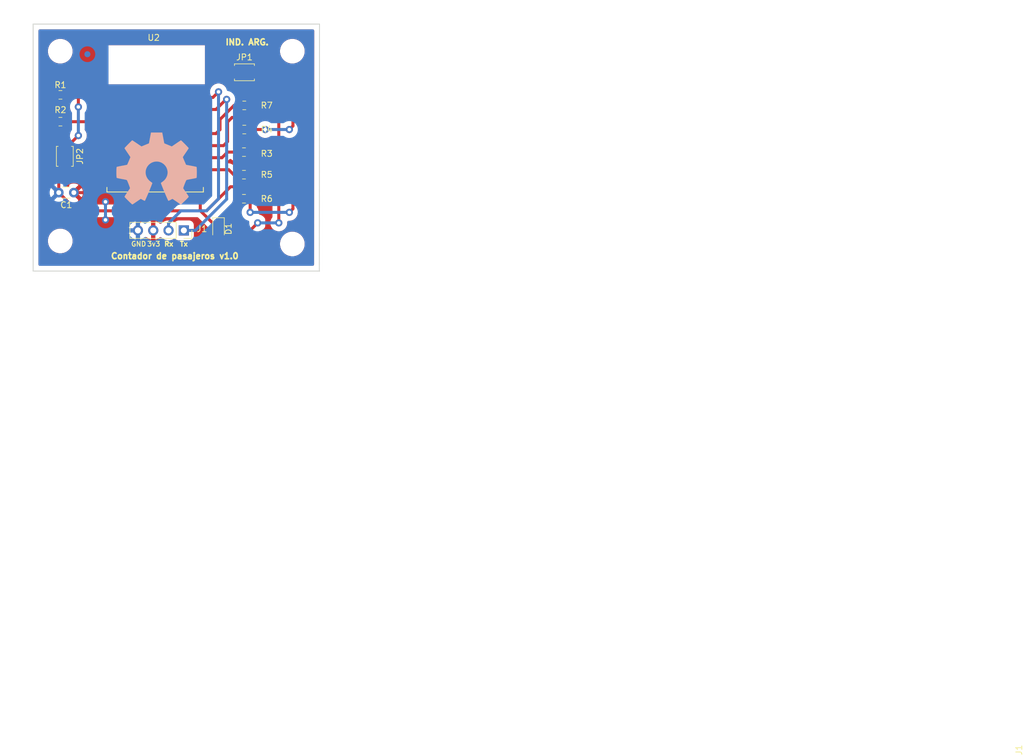
<source format=kicad_pcb>
(kicad_pcb (version 20171130) (host pcbnew "(5.0.0)")

  (general
    (thickness 1.6)
    (drawings 13)
    (tracks 143)
    (zones 0)
    (modules 21)
    (nets 25)
  )

  (page A4)
  (title_block
    (title "Contador de pasajeros")
    (date 2018-10-19)
    (rev 1.0)
    (company GICSAFe)
    (comment 1 "Autor: Martin Menendez")
  )

  (layers
    (0 F.Cu signal)
    (31 B.Cu signal)
    (32 B.Adhes user)
    (33 F.Adhes user)
    (34 B.Paste user)
    (35 F.Paste user)
    (36 B.SilkS user)
    (37 F.SilkS user)
    (38 B.Mask user)
    (39 F.Mask user)
    (40 Dwgs.User user)
    (41 Cmts.User user)
    (42 Eco1.User user)
    (43 Eco2.User user)
    (44 Edge.Cuts user)
    (45 Margin user)
    (46 B.CrtYd user)
    (47 F.CrtYd user)
    (48 B.Fab user)
    (49 F.Fab user)
  )

  (setup
    (last_trace_width 0.5)
    (trace_clearance 0.5)
    (zone_clearance 0.508)
    (zone_45_only no)
    (trace_min 0.2)
    (segment_width 0.2)
    (edge_width 0.15)
    (via_size 1.2)
    (via_drill 0.6)
    (via_min_size 0.4)
    (via_min_drill 0.3)
    (uvia_size 0.3)
    (uvia_drill 0.1)
    (uvias_allowed no)
    (uvia_min_size 0.2)
    (uvia_min_drill 0.1)
    (pcb_text_width 0.3)
    (pcb_text_size 1.5 1.5)
    (mod_edge_width 0.15)
    (mod_text_size 1 1)
    (mod_text_width 0.15)
    (pad_size 2.5 1.1)
    (pad_drill 0)
    (pad_to_mask_clearance 0.2)
    (aux_axis_origin 0 0)
    (grid_origin 105.5 107.5)
    (visible_elements 7FFFFFFF)
    (pcbplotparams
      (layerselection 0x010fc_ffffffff)
      (usegerberextensions false)
      (usegerberattributes false)
      (usegerberadvancedattributes false)
      (creategerberjobfile false)
      (excludeedgelayer true)
      (linewidth 0.100000)
      (plotframeref false)
      (viasonmask false)
      (mode 1)
      (useauxorigin false)
      (hpglpennumber 1)
      (hpglpenspeed 20)
      (hpglpendiameter 15.000000)
      (psnegative false)
      (psa4output false)
      (plotreference true)
      (plotvalue true)
      (plotinvisibletext false)
      (padsonsilk false)
      (subtractmaskfromsilk false)
      (outputformat 1)
      (mirror false)
      (drillshape 1)
      (scaleselection 1)
      (outputdirectory ""))
  )

  (net 0 "")
  (net 1 GND)
  (net 2 +3V3)
  (net 3 "Net-(U2-Pad2)")
  (net 4 "Net-(U2-Pad4)")
  (net 5 "Net-(U2-Pad5)")
  (net 6 "Net-(U2-Pad6)")
  (net 7 "Net-(U2-Pad7)")
  (net 8 "Net-(U2-Pad14)")
  (net 9 "Net-(U2-Pad17)")
  (net 10 "Net-(U2-Pad18)")
  (net 11 "Net-(U2-Pad19)")
  (net 12 "Net-(U2-Pad20)")
  (net 13 "Net-(U2-Pad21)")
  (net 14 "Net-(U2-Pad22)")
  (net 15 "Net-(D1-Pad2)")
  (net 16 /Tx)
  (net 17 /Rx)
  (net 18 /Program)
  (net 19 "Net-(JP1-Pad2)")
  (net 20 /Reset)
  (net 21 "Net-(R2-Pad1)")
  (net 22 "Net-(R3-Pad1)")
  (net 23 "Net-(R5-Pad1)")
  (net 24 "Net-(R7-Pad1)")

  (net_class Default "This is the default net class."
    (clearance 0.5)
    (trace_width 0.5)
    (via_dia 1.2)
    (via_drill 0.6)
    (uvia_dia 0.3)
    (uvia_drill 0.1)
    (diff_pair_gap 0.25)
    (diff_pair_width 0.25)
    (add_net +3V3)
    (add_net /Program)
    (add_net /Reset)
    (add_net /Rx)
    (add_net /Tx)
    (add_net GND)
    (add_net "Net-(D1-Pad2)")
    (add_net "Net-(JP1-Pad2)")
    (add_net "Net-(R2-Pad1)")
    (add_net "Net-(R3-Pad1)")
    (add_net "Net-(R5-Pad1)")
    (add_net "Net-(R7-Pad1)")
    (add_net "Net-(U2-Pad14)")
    (add_net "Net-(U2-Pad17)")
    (add_net "Net-(U2-Pad18)")
    (add_net "Net-(U2-Pad19)")
    (add_net "Net-(U2-Pad2)")
    (add_net "Net-(U2-Pad20)")
    (add_net "Net-(U2-Pad21)")
    (add_net "Net-(U2-Pad22)")
    (add_net "Net-(U2-Pad4)")
    (add_net "Net-(U2-Pad5)")
    (add_net "Net-(U2-Pad6)")
    (add_net "Net-(U2-Pad7)")
  )

  (module "" (layer F.Cu) (tedit 0) (tstamp 0)
    (at 123.5 112)
    (fp_text reference "" (at 131.05 78.5) (layer F.SilkS)
      (effects (font (size 1.27 1.27) (thickness 0.15)))
    )
    (fp_text value "" (at 131.05 78.5) (layer F.SilkS)
      (effects (font (size 1.27 1.27) (thickness 0.15)))
    )
    (fp_text user J1 (at 136.05 79 -270) (layer F.SilkS)
      (effects (font (size 1 1) (thickness 0.15)))
    )
  )

  (module Button_Switch_SMD:SW_SPST_B3U-1000P (layer F.Cu) (tedit 5A02FC95) (tstamp 5BF250D9)
    (at 131.05 78.5)
    (descr "Ultra-small-sized Tactile Switch with High Contact Reliability, Top-actuated Model, without Ground Terminal, without Boss")
    (tags "Tactile Switch")
    (path /5BA7E4D0)
    (attr smd)
    (fp_text reference JP1 (at 0 -2.5) (layer F.SilkS)
      (effects (font (size 1 1) (thickness 0.15)))
    )
    (fp_text value Jumper (at -0.05 -0.25) (layer F.Fab)
      (effects (font (size 1 1) (thickness 0.15)))
    )
    (fp_circle (center 0 0) (end 0.75 0) (layer F.Fab) (width 0.1))
    (fp_line (start -1.5 1.25) (end -1.5 -1.25) (layer F.Fab) (width 0.1))
    (fp_line (start 1.5 1.25) (end -1.5 1.25) (layer F.Fab) (width 0.1))
    (fp_line (start 1.5 -1.25) (end 1.5 1.25) (layer F.Fab) (width 0.1))
    (fp_line (start -1.5 -1.25) (end 1.5 -1.25) (layer F.Fab) (width 0.1))
    (fp_line (start 1.65 -1.4) (end 1.65 -1.1) (layer F.SilkS) (width 0.12))
    (fp_line (start -1.65 -1.4) (end 1.65 -1.4) (layer F.SilkS) (width 0.12))
    (fp_line (start -1.65 -1.1) (end -1.65 -1.4) (layer F.SilkS) (width 0.12))
    (fp_line (start 1.65 1.4) (end 1.65 1.1) (layer F.SilkS) (width 0.12))
    (fp_line (start -1.65 1.4) (end 1.65 1.4) (layer F.SilkS) (width 0.12))
    (fp_line (start -1.65 1.1) (end -1.65 1.4) (layer F.SilkS) (width 0.12))
    (fp_line (start -2.4 -1.65) (end -2.4 1.65) (layer F.CrtYd) (width 0.05))
    (fp_line (start 2.4 -1.65) (end -2.4 -1.65) (layer F.CrtYd) (width 0.05))
    (fp_line (start 2.4 1.65) (end 2.4 -1.65) (layer F.CrtYd) (width 0.05))
    (fp_line (start -2.4 1.65) (end 2.4 1.65) (layer F.CrtYd) (width 0.05))
    (fp_text user %R (at 0 -2.5) (layer F.Fab)
      (effects (font (size 1 1) (thickness 0.15)))
    )
    (pad 2 smd rect (at 1.7 0) (size 0.9 1.7) (layers F.Cu F.Paste F.Mask)
      (net 19 "Net-(JP1-Pad2)"))
    (pad 1 smd rect (at -1.7 0) (size 0.9 1.7) (layers F.Cu F.Paste F.Mask)
      (net 18 /Program))
    (model ${KISYS3DMOD}/Button_Switch_SMD.3dshapes/SW_SPST_B3U-1000P.wrl
      (at (xyz 0 0 0))
      (scale (xyz 1 1 1))
      (rotate (xyz 0 0 0))
    )
  )

  (module Button_Switch_SMD:SW_SPST_B3U-1000P (layer F.Cu) (tedit 5A02FC95) (tstamp 5BF250C4)
    (at 101.25 92.45 270)
    (descr "Ultra-small-sized Tactile Switch with High Contact Reliability, Top-actuated Model, without Ground Terminal, without Boss")
    (tags "Tactile Switch")
    (path /5BA7E812)
    (attr smd)
    (fp_text reference JP2 (at 0 -2.5 270) (layer F.SilkS)
      (effects (font (size 1 1) (thickness 0.15)))
    )
    (fp_text value Jumper (at 0 2.5 270) (layer F.Fab)
      (effects (font (size 1 1) (thickness 0.15)))
    )
    (fp_text user %R (at 0 -2.5 270) (layer F.Fab)
      (effects (font (size 1 1) (thickness 0.15)))
    )
    (fp_line (start -2.4 1.65) (end 2.4 1.65) (layer F.CrtYd) (width 0.05))
    (fp_line (start 2.4 1.65) (end 2.4 -1.65) (layer F.CrtYd) (width 0.05))
    (fp_line (start 2.4 -1.65) (end -2.4 -1.65) (layer F.CrtYd) (width 0.05))
    (fp_line (start -2.4 -1.65) (end -2.4 1.65) (layer F.CrtYd) (width 0.05))
    (fp_line (start -1.65 1.1) (end -1.65 1.4) (layer F.SilkS) (width 0.12))
    (fp_line (start -1.65 1.4) (end 1.65 1.4) (layer F.SilkS) (width 0.12))
    (fp_line (start 1.65 1.4) (end 1.65 1.1) (layer F.SilkS) (width 0.12))
    (fp_line (start -1.65 -1.1) (end -1.65 -1.4) (layer F.SilkS) (width 0.12))
    (fp_line (start -1.65 -1.4) (end 1.65 -1.4) (layer F.SilkS) (width 0.12))
    (fp_line (start 1.65 -1.4) (end 1.65 -1.1) (layer F.SilkS) (width 0.12))
    (fp_line (start -1.5 -1.25) (end 1.5 -1.25) (layer F.Fab) (width 0.1))
    (fp_line (start 1.5 -1.25) (end 1.5 1.25) (layer F.Fab) (width 0.1))
    (fp_line (start 1.5 1.25) (end -1.5 1.25) (layer F.Fab) (width 0.1))
    (fp_line (start -1.5 1.25) (end -1.5 -1.25) (layer F.Fab) (width 0.1))
    (fp_circle (center 0 0) (end 0.75 0) (layer F.Fab) (width 0.1))
    (pad 1 smd rect (at -1.7 0 270) (size 0.9 1.7) (layers F.Cu F.Paste F.Mask)
      (net 20 /Reset))
    (pad 2 smd rect (at 1.7 0 270) (size 0.9 1.7) (layers F.Cu F.Paste F.Mask)
      (net 1 GND))
    (model ${KISYS3DMOD}/Button_Switch_SMD.3dshapes/SW_SPST_B3U-1000P.wrl
      (at (xyz 0 0 0))
      (scale (xyz 1 1 1))
      (rotate (xyz 0 0 0))
    )
  )

  (module Capacitor_THT:C_Disc_D3.0mm_W1.6mm_P2.50mm (layer F.Cu) (tedit 5AE50EF0) (tstamp 5BF250B4)
    (at 102.75 98.475 180)
    (descr "C, Disc series, Radial, pin pitch=2.50mm, , diameter*width=3.0*1.6mm^2, Capacitor, http://www.vishay.com/docs/45233/krseries.pdf")
    (tags "C Disc series Radial pin pitch 2.50mm  diameter 3.0mm width 1.6mm Capacitor")
    (path /5BA98C4F)
    (fp_text reference C1 (at 1.25 -2.05 180) (layer F.SilkS)
      (effects (font (size 1 1) (thickness 0.15)))
    )
    (fp_text value 100n (at 1.25 2.05 180) (layer F.Fab)
      (effects (font (size 1 1) (thickness 0.15)))
    )
    (fp_line (start -0.25 -0.8) (end -0.25 0.8) (layer F.Fab) (width 0.1))
    (fp_line (start -0.25 0.8) (end 2.75 0.8) (layer F.Fab) (width 0.1))
    (fp_line (start 2.75 0.8) (end 2.75 -0.8) (layer F.Fab) (width 0.1))
    (fp_line (start 2.75 -0.8) (end -0.25 -0.8) (layer F.Fab) (width 0.1))
    (fp_line (start 0.621 -0.92) (end 1.879 -0.92) (layer F.SilkS) (width 0.12))
    (fp_line (start 0.621 0.92) (end 1.879 0.92) (layer F.SilkS) (width 0.12))
    (fp_line (start -1.05 -1.05) (end -1.05 1.05) (layer F.CrtYd) (width 0.05))
    (fp_line (start -1.05 1.05) (end 3.55 1.05) (layer F.CrtYd) (width 0.05))
    (fp_line (start 3.55 1.05) (end 3.55 -1.05) (layer F.CrtYd) (width 0.05))
    (fp_line (start 3.55 -1.05) (end -1.05 -1.05) (layer F.CrtYd) (width 0.05))
    (fp_text user %R (at 1.25 0 180) (layer F.Fab)
      (effects (font (size 0.6 0.6) (thickness 0.09)))
    )
    (pad 1 thru_hole circle (at 0 0 180) (size 1.6 1.6) (drill 0.8) (layers *.Cu *.Mask)
      (net 2 +3V3))
    (pad 2 thru_hole circle (at 2.5 0 180) (size 1.6 1.6) (drill 0.8) (layers *.Cu *.Mask)
      (net 1 GND))
    (model ${KISYS3DMOD}/Capacitor_THT.3dshapes/C_Disc_D3.0mm_W1.6mm_P2.50mm.wrl
      (at (xyz 0 0 0))
      (scale (xyz 1 1 1))
      (rotate (xyz 0 0 0))
    )
  )

  (module LED_SMD:LED_0805_2012Metric_Pad1.15x1.40mm_HandSolder (layer F.Cu) (tedit 5B4B45C9) (tstamp 5BF2501A)
    (at 126.75 104.5 270)
    (descr "LED SMD 0805 (2012 Metric), square (rectangular) end terminal, IPC_7351 nominal, (Body size source: https://docs.google.com/spreadsheets/d/1BsfQQcO9C6DZCsRaXUlFlo91Tg2WpOkGARC1WS5S8t0/edit?usp=sharing), generated with kicad-footprint-generator")
    (tags "LED handsolder")
    (path /5BAF2C11)
    (attr smd)
    (fp_text reference D1 (at 0 -1.65 270) (layer F.SilkS)
      (effects (font (size 1 1) (thickness 0.15)))
    )
    (fp_text value LED (at 0 1.65 270) (layer F.Fab)
      (effects (font (size 1 1) (thickness 0.15)))
    )
    (fp_line (start 1 -0.6) (end -0.7 -0.6) (layer F.Fab) (width 0.1))
    (fp_line (start -0.7 -0.6) (end -1 -0.3) (layer F.Fab) (width 0.1))
    (fp_line (start -1 -0.3) (end -1 0.6) (layer F.Fab) (width 0.1))
    (fp_line (start -1 0.6) (end 1 0.6) (layer F.Fab) (width 0.1))
    (fp_line (start 1 0.6) (end 1 -0.6) (layer F.Fab) (width 0.1))
    (fp_line (start 1 -0.96) (end -1.86 -0.96) (layer F.SilkS) (width 0.12))
    (fp_line (start -1.86 -0.96) (end -1.86 0.96) (layer F.SilkS) (width 0.12))
    (fp_line (start -1.86 0.96) (end 1 0.96) (layer F.SilkS) (width 0.12))
    (fp_line (start -1.85 0.95) (end -1.85 -0.95) (layer F.CrtYd) (width 0.05))
    (fp_line (start -1.85 -0.95) (end 1.85 -0.95) (layer F.CrtYd) (width 0.05))
    (fp_line (start 1.85 -0.95) (end 1.85 0.95) (layer F.CrtYd) (width 0.05))
    (fp_line (start 1.85 0.95) (end -1.85 0.95) (layer F.CrtYd) (width 0.05))
    (fp_text user %R (at 0 0 270) (layer F.Fab)
      (effects (font (size 0.5 0.5) (thickness 0.08)))
    )
    (pad 1 smd roundrect (at -1.025 0 270) (size 1.15 1.4) (layers F.Cu F.Paste F.Mask) (roundrect_rratio 0.217391)
      (net 1 GND))
    (pad 2 smd roundrect (at 1.025 0 270) (size 1.15 1.4) (layers F.Cu F.Paste F.Mask) (roundrect_rratio 0.217391)
      (net 15 "Net-(D1-Pad2)"))
    (model ${KISYS3DMOD}/LED_SMD.3dshapes/LED_0805_2012Metric.wrl
      (at (xyz 0 0 0))
      (scale (xyz 1 1 1))
      (rotate (xyz 0 0 0))
    )
  )

  (module MountingHole:MountingHole_2.5mm (layer F.Cu) (tedit 5BE62C71) (tstamp 5BF25013)
    (at 139 75)
    (descr "Mounting Hole 2.5mm, no annular")
    (tags "mounting hole 2.5mm no annular")
    (path /5BC38954)
    (attr virtual)
    (fp_text reference MH2 (at 0 -3.5) (layer F.SilkS) hide
      (effects (font (size 1 1) (thickness 0.15)))
    )
    (fp_text value MH2 (at 0 3.5) (layer F.Fab)
      (effects (font (size 1 1) (thickness 0.15)))
    )
    (fp_circle (center 0 0) (end 2.75 0) (layer F.CrtYd) (width 0.05))
    (fp_circle (center 0 0) (end 2.5 0) (layer Cmts.User) (width 0.15))
    (fp_text user %R (at 0.3 0) (layer F.Fab)
      (effects (font (size 1 1) (thickness 0.15)))
    )
    (pad 1 np_thru_hole circle (at 0 0) (size 2.5 2.5) (drill 2.5) (layers *.Cu *.Mask))
  )

  (module MountingHole:MountingHole_2.5mm (layer F.Cu) (tedit 5BE62C67) (tstamp 5BF2500C)
    (at 100.5 106.5)
    (descr "Mounting Hole 2.5mm, no annular")
    (tags "mounting hole 2.5mm no annular")
    (path /5BC3890A)
    (attr virtual)
    (fp_text reference MH3 (at 0 -3.5) (layer F.SilkS) hide
      (effects (font (size 1 1) (thickness 0.15)))
    )
    (fp_text value MH3 (at 0 3.5) (layer F.Fab)
      (effects (font (size 1 1) (thickness 0.15)))
    )
    (fp_text user %R (at 0.3 0) (layer F.Fab)
      (effects (font (size 1 1) (thickness 0.15)))
    )
    (fp_circle (center 0 0) (end 2.5 0) (layer Cmts.User) (width 0.15))
    (fp_circle (center 0 0) (end 2.75 0) (layer F.CrtYd) (width 0.05))
    (pad 1 np_thru_hole circle (at 0 0) (size 2.5 2.5) (drill 2.5) (layers *.Cu *.Mask))
  )

  (module MountingHole:MountingHole_2.5mm (layer F.Cu) (tedit 5BE62C75) (tstamp 5BF25005)
    (at 100.5 75)
    (descr "Mounting Hole 2.5mm, no annular")
    (tags "mounting hole 2.5mm no annular")
    (path /5BC38860)
    (attr virtual)
    (fp_text reference MH1 (at 0 -3.5) (layer F.SilkS) hide
      (effects (font (size 1 1) (thickness 0.15)))
    )
    (fp_text value MH1 (at 0 3.5) (layer F.Fab)
      (effects (font (size 1 1) (thickness 0.15)))
    )
    (fp_circle (center 0 0) (end 2.75 0) (layer F.CrtYd) (width 0.05))
    (fp_circle (center 0 0) (end 2.5 0) (layer Cmts.User) (width 0.15))
    (fp_text user %R (at 0.3 0) (layer F.Fab)
      (effects (font (size 1 1) (thickness 0.15)))
    )
    (pad 1 np_thru_hole circle (at 0 0) (size 2.5 2.5) (drill 2.5) (layers *.Cu *.Mask))
  )

  (module MountingHole:MountingHole_2.5mm (layer F.Cu) (tedit 5BE62C6C) (tstamp 5BF24FFE)
    (at 139 107)
    (descr "Mounting Hole 2.5mm, no annular")
    (tags "mounting hole 2.5mm no annular")
    (path /5BC38994)
    (attr virtual)
    (fp_text reference MH4 (at 0 -3.5) (layer F.SilkS) hide
      (effects (font (size 1 1) (thickness 0.15)))
    )
    (fp_text value MH4 (at 0 3.5) (layer F.Fab)
      (effects (font (size 1 1) (thickness 0.15)))
    )
    (fp_text user %R (at 0.3 0) (layer F.Fab)
      (effects (font (size 1 1) (thickness 0.15)))
    )
    (fp_circle (center 0 0) (end 2.5 0) (layer Cmts.User) (width 0.15))
    (fp_circle (center 0 0) (end 2.75 0) (layer F.CrtYd) (width 0.05))
    (pad 1 np_thru_hole circle (at 0 0) (size 2.5 2.5) (drill 2.5) (layers *.Cu *.Mask))
  )

  (module Resistor_SMD:R_0805_2012Metric_Pad1.15x1.40mm_HandSolder (layer F.Cu) (tedit 5B36C52B) (tstamp 5BF24FEE)
    (at 130.975 99.5 180)
    (descr "Resistor SMD 0805 (2012 Metric), square (rectangular) end terminal, IPC_7351 nominal with elongated pad for handsoldering. (Body size source: https://docs.google.com/spreadsheets/d/1BsfQQcO9C6DZCsRaXUlFlo91Tg2WpOkGARC1WS5S8t0/edit?usp=sharing), generated with kicad-footprint-generator")
    (tags "resistor handsolder")
    (path /5BA7E89C)
    (attr smd)
    (fp_text reference R6 (at -3.775 0 180) (layer F.SilkS)
      (effects (font (size 1 1) (thickness 0.15)))
    )
    (fp_text value 470 (at 0 0 180) (layer F.Fab)
      (effects (font (size 1 1) (thickness 0.15)))
    )
    (fp_line (start -1 0.6) (end -1 -0.6) (layer F.Fab) (width 0.1))
    (fp_line (start -1 -0.6) (end 1 -0.6) (layer F.Fab) (width 0.1))
    (fp_line (start 1 -0.6) (end 1 0.6) (layer F.Fab) (width 0.1))
    (fp_line (start 1 0.6) (end -1 0.6) (layer F.Fab) (width 0.1))
    (fp_line (start -0.261252 -0.71) (end 0.261252 -0.71) (layer F.SilkS) (width 0.12))
    (fp_line (start -0.261252 0.71) (end 0.261252 0.71) (layer F.SilkS) (width 0.12))
    (fp_line (start -1.85 0.95) (end -1.85 -0.95) (layer F.CrtYd) (width 0.05))
    (fp_line (start -1.85 -0.95) (end 1.85 -0.95) (layer F.CrtYd) (width 0.05))
    (fp_line (start 1.85 -0.95) (end 1.85 0.95) (layer F.CrtYd) (width 0.05))
    (fp_line (start 1.85 0.95) (end -1.85 0.95) (layer F.CrtYd) (width 0.05))
    (fp_text user %R (at 0 0 180) (layer F.Fab)
      (effects (font (size 0.5 0.5) (thickness 0.08)))
    )
    (pad 1 smd roundrect (at -1.025 0 180) (size 1.15 1.4) (layers F.Cu F.Paste F.Mask) (roundrect_rratio 0.217391)
      (net 19 "Net-(JP1-Pad2)"))
    (pad 2 smd roundrect (at 1.025 0 180) (size 1.15 1.4) (layers F.Cu F.Paste F.Mask) (roundrect_rratio 0.217391)
      (net 1 GND))
    (model ${KISYS3DMOD}/Resistor_SMD.3dshapes/R_0805_2012Metric.wrl
      (at (xyz 0 0 0))
      (scale (xyz 1 1 1))
      (rotate (xyz 0 0 0))
    )
  )

  (module Resistor_SMD:R_0805_2012Metric_Pad1.15x1.40mm_HandSolder (layer F.Cu) (tedit 5B36C52B) (tstamp 5BF24FBE)
    (at 130.975 91.75)
    (descr "Resistor SMD 0805 (2012 Metric), square (rectangular) end terminal, IPC_7351 nominal with elongated pad for handsoldering. (Body size source: https://docs.google.com/spreadsheets/d/1BsfQQcO9C6DZCsRaXUlFlo91Tg2WpOkGARC1WS5S8t0/edit?usp=sharing), generated with kicad-footprint-generator")
    (tags "resistor handsolder")
    (path /5BA89836)
    (attr smd)
    (fp_text reference R3 (at 3.775 0.25) (layer F.SilkS)
      (effects (font (size 1 1) (thickness 0.15)))
    )
    (fp_text value 10k (at 0 0) (layer F.Fab)
      (effects (font (size 1 1) (thickness 0.15)))
    )
    (fp_text user %R (at 0 0) (layer F.Fab)
      (effects (font (size 0.5 0.5) (thickness 0.08)))
    )
    (fp_line (start 1.85 0.95) (end -1.85 0.95) (layer F.CrtYd) (width 0.05))
    (fp_line (start 1.85 -0.95) (end 1.85 0.95) (layer F.CrtYd) (width 0.05))
    (fp_line (start -1.85 -0.95) (end 1.85 -0.95) (layer F.CrtYd) (width 0.05))
    (fp_line (start -1.85 0.95) (end -1.85 -0.95) (layer F.CrtYd) (width 0.05))
    (fp_line (start -0.261252 0.71) (end 0.261252 0.71) (layer F.SilkS) (width 0.12))
    (fp_line (start -0.261252 -0.71) (end 0.261252 -0.71) (layer F.SilkS) (width 0.12))
    (fp_line (start 1 0.6) (end -1 0.6) (layer F.Fab) (width 0.1))
    (fp_line (start 1 -0.6) (end 1 0.6) (layer F.Fab) (width 0.1))
    (fp_line (start -1 -0.6) (end 1 -0.6) (layer F.Fab) (width 0.1))
    (fp_line (start -1 0.6) (end -1 -0.6) (layer F.Fab) (width 0.1))
    (pad 2 smd roundrect (at 1.025 0) (size 1.15 1.4) (layers F.Cu F.Paste F.Mask) (roundrect_rratio 0.217391)
      (net 2 +3V3))
    (pad 1 smd roundrect (at -1.025 0) (size 1.15 1.4) (layers F.Cu F.Paste F.Mask) (roundrect_rratio 0.217391)
      (net 22 "Net-(R3-Pad1)"))
    (model ${KISYS3DMOD}/Resistor_SMD.3dshapes/R_0805_2012Metric.wrl
      (at (xyz 0 0 0))
      (scale (xyz 1 1 1))
      (rotate (xyz 0 0 0))
    )
  )

  (module Resistor_SMD:R_0805_2012Metric_Pad1.15x1.40mm_HandSolder (layer F.Cu) (tedit 5B36C52B) (tstamp 5BF24FAE)
    (at 100.525 86.7 180)
    (descr "Resistor SMD 0805 (2012 Metric), square (rectangular) end terminal, IPC_7351 nominal with elongated pad for handsoldering. (Body size source: https://docs.google.com/spreadsheets/d/1BsfQQcO9C6DZCsRaXUlFlo91Tg2WpOkGARC1WS5S8t0/edit?usp=sharing), generated with kicad-footprint-generator")
    (tags "resistor handsolder")
    (path /5BA889B6)
    (attr smd)
    (fp_text reference R2 (at 0 1.95 180) (layer F.SilkS)
      (effects (font (size 1 1) (thickness 0.15)))
    )
    (fp_text value 10k (at 0 -0.05 180) (layer F.Fab)
      (effects (font (size 1 1) (thickness 0.15)))
    )
    (fp_line (start -1 0.6) (end -1 -0.6) (layer F.Fab) (width 0.1))
    (fp_line (start -1 -0.6) (end 1 -0.6) (layer F.Fab) (width 0.1))
    (fp_line (start 1 -0.6) (end 1 0.6) (layer F.Fab) (width 0.1))
    (fp_line (start 1 0.6) (end -1 0.6) (layer F.Fab) (width 0.1))
    (fp_line (start -0.261252 -0.71) (end 0.261252 -0.71) (layer F.SilkS) (width 0.12))
    (fp_line (start -0.261252 0.71) (end 0.261252 0.71) (layer F.SilkS) (width 0.12))
    (fp_line (start -1.85 0.95) (end -1.85 -0.95) (layer F.CrtYd) (width 0.05))
    (fp_line (start -1.85 -0.95) (end 1.85 -0.95) (layer F.CrtYd) (width 0.05))
    (fp_line (start 1.85 -0.95) (end 1.85 0.95) (layer F.CrtYd) (width 0.05))
    (fp_line (start 1.85 0.95) (end -1.85 0.95) (layer F.CrtYd) (width 0.05))
    (fp_text user %R (at 0 0 180) (layer F.Fab)
      (effects (font (size 0.5 0.5) (thickness 0.08)))
    )
    (pad 1 smd roundrect (at -1.025 0 180) (size 1.15 1.4) (layers F.Cu F.Paste F.Mask) (roundrect_rratio 0.217391)
      (net 21 "Net-(R2-Pad1)"))
    (pad 2 smd roundrect (at 1.025 0 180) (size 1.15 1.4) (layers F.Cu F.Paste F.Mask) (roundrect_rratio 0.217391)
      (net 2 +3V3))
    (model ${KISYS3DMOD}/Resistor_SMD.3dshapes/R_0805_2012Metric.wrl
      (at (xyz 0 0 0))
      (scale (xyz 1 1 1))
      (rotate (xyz 0 0 0))
    )
  )

  (module Resistor_SMD:R_0805_2012Metric_Pad1.15x1.40mm_HandSolder (layer F.Cu) (tedit 5B36C52B) (tstamp 5BF24F9E)
    (at 100.525 82.25)
    (descr "Resistor SMD 0805 (2012 Metric), square (rectangular) end terminal, IPC_7351 nominal with elongated pad for handsoldering. (Body size source: https://docs.google.com/spreadsheets/d/1BsfQQcO9C6DZCsRaXUlFlo91Tg2WpOkGARC1WS5S8t0/edit?usp=sharing), generated with kicad-footprint-generator")
    (tags "resistor handsolder")
    (path /5BA88958)
    (attr smd)
    (fp_text reference R1 (at 0 -1.65) (layer F.SilkS)
      (effects (font (size 1 1) (thickness 0.15)))
    )
    (fp_text value 10k (at 0.025 -0.1) (layer F.Fab)
      (effects (font (size 1 1) (thickness 0.15)))
    )
    (fp_text user %R (at 0 0) (layer F.Fab)
      (effects (font (size 0.5 0.5) (thickness 0.08)))
    )
    (fp_line (start 1.85 0.95) (end -1.85 0.95) (layer F.CrtYd) (width 0.05))
    (fp_line (start 1.85 -0.95) (end 1.85 0.95) (layer F.CrtYd) (width 0.05))
    (fp_line (start -1.85 -0.95) (end 1.85 -0.95) (layer F.CrtYd) (width 0.05))
    (fp_line (start -1.85 0.95) (end -1.85 -0.95) (layer F.CrtYd) (width 0.05))
    (fp_line (start -0.261252 0.71) (end 0.261252 0.71) (layer F.SilkS) (width 0.12))
    (fp_line (start -0.261252 -0.71) (end 0.261252 -0.71) (layer F.SilkS) (width 0.12))
    (fp_line (start 1 0.6) (end -1 0.6) (layer F.Fab) (width 0.1))
    (fp_line (start 1 -0.6) (end 1 0.6) (layer F.Fab) (width 0.1))
    (fp_line (start -1 -0.6) (end 1 -0.6) (layer F.Fab) (width 0.1))
    (fp_line (start -1 0.6) (end -1 -0.6) (layer F.Fab) (width 0.1))
    (pad 2 smd roundrect (at 1.025 0) (size 1.15 1.4) (layers F.Cu F.Paste F.Mask) (roundrect_rratio 0.217391)
      (net 20 /Reset))
    (pad 1 smd roundrect (at -1.025 0) (size 1.15 1.4) (layers F.Cu F.Paste F.Mask) (roundrect_rratio 0.217391)
      (net 2 +3V3))
    (model ${KISYS3DMOD}/Resistor_SMD.3dshapes/R_0805_2012Metric.wrl
      (at (xyz 0 0 0))
      (scale (xyz 1 1 1))
      (rotate (xyz 0 0 0))
    )
  )

  (module Resistor_SMD:R_0805_2012Metric_Pad1.15x1.40mm_HandSolder (layer F.Cu) (tedit 5B36C52B) (tstamp 5BF24F6E)
    (at 130.975 95.5)
    (descr "Resistor SMD 0805 (2012 Metric), square (rectangular) end terminal, IPC_7351 nominal with elongated pad for handsoldering. (Body size source: https://docs.google.com/spreadsheets/d/1BsfQQcO9C6DZCsRaXUlFlo91Tg2WpOkGARC1WS5S8t0/edit?usp=sharing), generated with kicad-footprint-generator")
    (tags "resistor handsolder")
    (path /5BA89894)
    (attr smd)
    (fp_text reference R5 (at 3.775 0) (layer F.SilkS)
      (effects (font (size 1 1) (thickness 0.15)))
    )
    (fp_text value 10k (at 0.025 0) (layer F.Fab)
      (effects (font (size 1 1) (thickness 0.15)))
    )
    (fp_line (start -1 0.6) (end -1 -0.6) (layer F.Fab) (width 0.1))
    (fp_line (start -1 -0.6) (end 1 -0.6) (layer F.Fab) (width 0.1))
    (fp_line (start 1 -0.6) (end 1 0.6) (layer F.Fab) (width 0.1))
    (fp_line (start 1 0.6) (end -1 0.6) (layer F.Fab) (width 0.1))
    (fp_line (start -0.261252 -0.71) (end 0.261252 -0.71) (layer F.SilkS) (width 0.12))
    (fp_line (start -0.261252 0.71) (end 0.261252 0.71) (layer F.SilkS) (width 0.12))
    (fp_line (start -1.85 0.95) (end -1.85 -0.95) (layer F.CrtYd) (width 0.05))
    (fp_line (start -1.85 -0.95) (end 1.85 -0.95) (layer F.CrtYd) (width 0.05))
    (fp_line (start 1.85 -0.95) (end 1.85 0.95) (layer F.CrtYd) (width 0.05))
    (fp_line (start 1.85 0.95) (end -1.85 0.95) (layer F.CrtYd) (width 0.05))
    (fp_text user %R (at 0 0) (layer F.Fab)
      (effects (font (size 0.5 0.5) (thickness 0.08)))
    )
    (pad 1 smd roundrect (at -1.025 0) (size 1.15 1.4) (layers F.Cu F.Paste F.Mask) (roundrect_rratio 0.217391)
      (net 23 "Net-(R5-Pad1)"))
    (pad 2 smd roundrect (at 1.025 0) (size 1.15 1.4) (layers F.Cu F.Paste F.Mask) (roundrect_rratio 0.217391)
      (net 1 GND))
    (model ${KISYS3DMOD}/Resistor_SMD.3dshapes/R_0805_2012Metric.wrl
      (at (xyz 0 0 0))
      (scale (xyz 1 1 1))
      (rotate (xyz 0 0 0))
    )
  )

  (module Connector_PinSocket_2.54mm:PinSocket_1x04_P2.54mm_Vertical (layer F.Cu) (tedit 5A19A429) (tstamp 5BCD6C35)
    (at 121 104.75 270)
    (descr "Through hole straight socket strip, 1x04, 2.54mm pitch, single row (from Kicad 4.0.7), script generated")
    (tags "Through hole socket strip THT 1x04 2.54mm single row")
    (path /5BB1C2B8)
    (fp_text reference J1 (at -0.25 -3) (layer F.SilkS)
      (effects (font (size 1 1) (thickness 0.15)))
    )
    (fp_text value Conector_ESP (at -2.25 4) (layer F.Fab)
      (effects (font (size 1 1) (thickness 0.15)))
    )
    (fp_line (start -1.27 -1.27) (end 0.635 -1.27) (layer F.Fab) (width 0.1))
    (fp_line (start 0.635 -1.27) (end 1.27 -0.635) (layer F.Fab) (width 0.1))
    (fp_line (start 1.27 -0.635) (end 1.27 8.89) (layer F.Fab) (width 0.1))
    (fp_line (start 1.27 8.89) (end -1.27 8.89) (layer F.Fab) (width 0.1))
    (fp_line (start -1.27 8.89) (end -1.27 -1.27) (layer F.Fab) (width 0.1))
    (fp_line (start -1.33 1.27) (end 1.33 1.27) (layer F.SilkS) (width 0.12))
    (fp_line (start -1.33 1.27) (end -1.33 8.95) (layer F.SilkS) (width 0.12))
    (fp_line (start -1.33 8.95) (end 1.33 8.95) (layer F.SilkS) (width 0.12))
    (fp_line (start 1.33 1.27) (end 1.33 8.95) (layer F.SilkS) (width 0.12))
    (fp_line (start 1.33 -1.33) (end 1.33 0) (layer F.SilkS) (width 0.12))
    (fp_line (start 0 -1.33) (end 1.33 -1.33) (layer F.SilkS) (width 0.12))
    (fp_line (start -1.8 -1.8) (end 1.75 -1.8) (layer F.CrtYd) (width 0.05))
    (fp_line (start 1.75 -1.8) (end 1.75 9.4) (layer F.CrtYd) (width 0.05))
    (fp_line (start 1.75 9.4) (end -1.8 9.4) (layer F.CrtYd) (width 0.05))
    (fp_line (start -1.8 9.4) (end -1.8 -1.8) (layer F.CrtYd) (width 0.05))
    (fp_text user %R (at 0 3.81) (layer F.Fab)
      (effects (font (size 1 1) (thickness 0.15)))
    )
    (pad 1 thru_hole rect (at 0 0 270) (size 1.7 1.7) (drill 1) (layers *.Cu *.Mask)
      (net 16 /Tx))
    (pad 2 thru_hole oval (at 0 2.54 270) (size 1.7 1.7) (drill 1) (layers *.Cu *.Mask)
      (net 17 /Rx))
    (pad 3 thru_hole oval (at 0 5.08 270) (size 1.7 1.7) (drill 1) (layers *.Cu *.Mask)
      (net 2 +3V3))
    (pad 4 thru_hole oval (at 0 7.62 270) (size 1.7 1.7) (drill 1) (layers *.Cu *.Mask)
      (net 1 GND))
    (model ${KISYS3DMOD}/Connector_PinSocket_2.54mm.3dshapes/PinSocket_1x04_P2.54mm_Vertical.wrl
      (at (xyz 0 0 0))
      (scale (xyz 1 1 1))
      (rotate (xyz 0 0 0))
    )
  )

  (module Resistor_SMD:R_0805_2012Metric_Pad1.15x1.40mm_HandSolder (layer F.Cu) (tedit 5B36C52B) (tstamp 5BF24737)
    (at 131.025 84)
    (descr "Resistor SMD 0805 (2012 Metric), square (rectangular) end terminal, IPC_7351 nominal with elongated pad for handsoldering. (Body size source: https://docs.google.com/spreadsheets/d/1BsfQQcO9C6DZCsRaXUlFlo91Tg2WpOkGARC1WS5S8t0/edit?usp=sharing), generated with kicad-footprint-generator")
    (tags "resistor handsolder")
    (path /5BAF29E2)
    (attr smd)
    (fp_text reference R7 (at 3.725 0) (layer F.SilkS)
      (effects (font (size 1 1) (thickness 0.15)))
    )
    (fp_text value 470 (at -0.225 0) (layer F.Fab)
      (effects (font (size 1 1) (thickness 0.15)))
    )
    (fp_line (start -1 0.6) (end -1 -0.6) (layer F.Fab) (width 0.1))
    (fp_line (start -1 -0.6) (end 1 -0.6) (layer F.Fab) (width 0.1))
    (fp_line (start 1 -0.6) (end 1 0.6) (layer F.Fab) (width 0.1))
    (fp_line (start 1 0.6) (end -1 0.6) (layer F.Fab) (width 0.1))
    (fp_line (start -0.261252 -0.71) (end 0.261252 -0.71) (layer F.SilkS) (width 0.12))
    (fp_line (start -0.261252 0.71) (end 0.261252 0.71) (layer F.SilkS) (width 0.12))
    (fp_line (start -1.85 0.95) (end -1.85 -0.95) (layer F.CrtYd) (width 0.05))
    (fp_line (start -1.85 -0.95) (end 1.85 -0.95) (layer F.CrtYd) (width 0.05))
    (fp_line (start 1.85 -0.95) (end 1.85 0.95) (layer F.CrtYd) (width 0.05))
    (fp_line (start 1.85 0.95) (end -1.85 0.95) (layer F.CrtYd) (width 0.05))
    (fp_text user %R (at 0 0) (layer F.Fab)
      (effects (font (size 0.5 0.5) (thickness 0.08)))
    )
    (pad 1 smd roundrect (at -1.025 0) (size 1.15 1.4) (layers F.Cu F.Paste F.Mask) (roundrect_rratio 0.217391)
      (net 24 "Net-(R7-Pad1)"))
    (pad 2 smd roundrect (at 1.025 0) (size 1.15 1.4) (layers F.Cu F.Paste F.Mask) (roundrect_rratio 0.217391)
      (net 15 "Net-(D1-Pad2)"))
    (model ${KISYS3DMOD}/Resistor_SMD.3dshapes/R_0805_2012Metric.wrl
      (at (xyz 0 0 0))
      (scale (xyz 1 1 1))
      (rotate (xyz 0 0 0))
    )
  )

  (module Resistor_SMD:R_0805_2012Metric_Pad1.15x1.40mm_HandSolder (layer F.Cu) (tedit 5B36C52B) (tstamp 5BF24839)
    (at 131.025 88)
    (descr "Resistor SMD 0805 (2012 Metric), square (rectangular) end terminal, IPC_7351 nominal with elongated pad for handsoldering. (Body size source: https://docs.google.com/spreadsheets/d/1BsfQQcO9C6DZCsRaXUlFlo91Tg2WpOkGARC1WS5S8t0/edit?usp=sharing), generated with kicad-footprint-generator")
    (tags "resistor handsolder")
    (path /5BA8969A)
    (attr smd)
    (fp_text reference R4 (at 3.725 0) (layer F.SilkS)
      (effects (font (size 1 1) (thickness 0.15)))
    )
    (fp_text value 10k (at 0.05 0) (layer F.Fab)
      (effects (font (size 1 1) (thickness 0.15)))
    )
    (fp_line (start -1 0.6) (end -1 -0.6) (layer F.Fab) (width 0.1))
    (fp_line (start -1 -0.6) (end 1 -0.6) (layer F.Fab) (width 0.1))
    (fp_line (start 1 -0.6) (end 1 0.6) (layer F.Fab) (width 0.1))
    (fp_line (start 1 0.6) (end -1 0.6) (layer F.Fab) (width 0.1))
    (fp_line (start -0.261252 -0.71) (end 0.261252 -0.71) (layer F.SilkS) (width 0.12))
    (fp_line (start -0.261252 0.71) (end 0.261252 0.71) (layer F.SilkS) (width 0.12))
    (fp_line (start -1.85 0.95) (end -1.85 -0.95) (layer F.CrtYd) (width 0.05))
    (fp_line (start -1.85 -0.95) (end 1.85 -0.95) (layer F.CrtYd) (width 0.05))
    (fp_line (start 1.85 -0.95) (end 1.85 0.95) (layer F.CrtYd) (width 0.05))
    (fp_line (start 1.85 0.95) (end -1.85 0.95) (layer F.CrtYd) (width 0.05))
    (fp_text user %R (at 0 0) (layer F.Fab)
      (effects (font (size 0.5 0.5) (thickness 0.08)))
    )
    (pad 1 smd roundrect (at -1.025 0) (size 1.15 1.4) (layers F.Cu F.Paste F.Mask) (roundrect_rratio 0.217391)
      (net 2 +3V3))
    (pad 2 smd roundrect (at 1.025 0) (size 1.15 1.4) (layers F.Cu F.Paste F.Mask) (roundrect_rratio 0.217391)
      (net 18 /Program))
    (model ${KISYS3DMOD}/Resistor_SMD.3dshapes/R_0805_2012Metric.wrl
      (at (xyz 0 0 0))
      (scale (xyz 1 1 1))
      (rotate (xyz 0 0 0))
    )
  )

  (module ESP8266:ESP-12E_SMD (layer F.Cu) (tedit 5BE62788) (tstamp 5BF2667C)
    (at 109.25 82.75)
    (descr "Module, ESP-8266, ESP-12, 16 pad, SMD")
    (tags "Module ESP-8266 ESP8266")
    (path /5BA88742)
    (clearance 0.4)
    (fp_text reference U2 (at 6.75 -10 180) (layer F.SilkS)
      (effects (font (size 1 1) (thickness 0.15)))
    )
    (fp_text value ESP-12E (at 5.08 6.35 90) (layer F.Fab) hide
      (effects (font (size 1 1) (thickness 0.15)))
    )
    (fp_line (start -2.25 -0.5) (end -2.25 -8.75) (layer F.CrtYd) (width 0.05))
    (fp_line (start -2.25 -8.75) (end 15.25 -8.75) (layer F.CrtYd) (width 0.05))
    (fp_line (start 15.25 -8.75) (end 16.25 -8.75) (layer F.CrtYd) (width 0.05))
    (fp_line (start 16.25 -8.75) (end 16.25 16) (layer F.CrtYd) (width 0.05))
    (fp_line (start 16.25 16) (end -2.25 16) (layer F.CrtYd) (width 0.05))
    (fp_line (start -2.25 16) (end -2.25 -0.5) (layer F.CrtYd) (width 0.05))
    (fp_line (start -1.016 -8.382) (end 14.986 -8.382) (layer F.CrtYd) (width 0.1524))
    (fp_line (start 14.986 -8.382) (end 14.986 -0.889) (layer F.CrtYd) (width 0.1524))
    (fp_line (start -1.016 -8.382) (end -1.016 -1.016) (layer F.CrtYd) (width 0.1524))
    (fp_line (start -1.016 14.859) (end -1.016 15.621) (layer F.SilkS) (width 0.1524))
    (fp_line (start -1.016 15.621) (end 14.986 15.621) (layer F.SilkS) (width 0.1524))
    (fp_line (start 14.986 15.621) (end 14.986 14.859) (layer F.SilkS) (width 0.1524))
    (fp_line (start 14.992 -8.4) (end -1.008 -2.6) (layer F.CrtYd) (width 0.1524))
    (fp_line (start -1.008 -8.4) (end 14.992 -2.6) (layer F.CrtYd) (width 0.1524))
    (fp_text user "No Copper" (at 6.892 -5.4) (layer F.CrtYd)
      (effects (font (size 1 1) (thickness 0.15)))
    )
    (fp_line (start -1.008 -2.6) (end 14.992 -2.6) (layer F.CrtYd) (width 0.1524))
    (fp_line (start 15 -8.4) (end 15 15.6) (layer F.Fab) (width 0.05))
    (fp_line (start 14.992 15.6) (end -1.008 15.6) (layer F.Fab) (width 0.05))
    (fp_line (start -1.008 15.6) (end -1.008 -8.4) (layer F.Fab) (width 0.05))
    (fp_line (start -1.008 -8.4) (end 14.992 -8.4) (layer F.Fab) (width 0.05))
    (pad 1 smd rect (at 0 0) (size 2.5 1.1) (drill (offset -0.7 0)) (layers F.Cu F.Paste F.Mask)
      (net 20 /Reset))
    (pad 2 smd rect (at 0 2) (size 2.5 1.1) (drill (offset -0.7 0)) (layers F.Cu F.Paste F.Mask)
      (net 3 "Net-(U2-Pad2)"))
    (pad 3 smd rect (at 0 4) (size 2.5 1.1) (drill (offset -0.7 0)) (layers F.Cu F.Paste F.Mask)
      (net 21 "Net-(R2-Pad1)"))
    (pad 4 smd rect (at 0 6) (size 2.5 1.1) (drill (offset -0.7 0)) (layers F.Cu F.Paste F.Mask)
      (net 4 "Net-(U2-Pad4)"))
    (pad 5 smd rect (at 0 8) (size 2.5 1.1) (drill (offset -0.7 0)) (layers F.Cu F.Paste F.Mask)
      (net 5 "Net-(U2-Pad5)"))
    (pad 6 smd rect (at 0 10) (size 2.5 1.1) (drill (offset -0.7 0)) (layers F.Cu F.Paste F.Mask)
      (net 6 "Net-(U2-Pad6)"))
    (pad 7 smd rect (at 0 12) (size 2.5 1.1) (drill (offset -0.7 0)) (layers F.Cu F.Paste F.Mask)
      (net 7 "Net-(U2-Pad7)"))
    (pad 8 smd rect (at 0 14) (size 2.5 1.1) (drill (offset -0.7 0)) (layers F.Cu F.Paste F.Mask)
      (net 2 +3V3))
    (pad 9 smd rect (at 14 14) (size 2.5 1.1) (drill (offset 0.7 0)) (layers F.Cu F.Paste F.Mask)
      (net 1 GND))
    (pad 10 smd rect (at 14 12) (size 2.5 1.1) (drill (offset 0.7 0)) (layers F.Cu F.Paste F.Mask)
      (net 23 "Net-(R5-Pad1)"))
    (pad 11 smd rect (at 14 10) (size 2.5 1.1) (drill (offset 0.7 0)) (layers F.Cu F.Paste F.Mask)
      (net 22 "Net-(R3-Pad1)"))
    (pad 12 smd rect (at 14 8) (size 2.5 1.1) (drill (offset 0.7 0)) (layers F.Cu F.Paste F.Mask)
      (net 18 /Program))
    (pad 13 smd rect (at 14 6) (size 2.5 1.1) (drill (offset 0.7 0)) (layers F.Cu F.Paste F.Mask)
      (net 24 "Net-(R7-Pad1)"))
    (pad 14 smd rect (at 14 4) (size 2.5 1.1) (drill (offset 0.7 0)) (layers F.Cu F.Paste F.Mask)
      (net 8 "Net-(U2-Pad14)"))
    (pad 15 smd rect (at 14 2) (size 2.5 1.1) (drill (offset 0.7 0)) (layers F.Cu F.Paste F.Mask)
      (net 16 /Tx))
    (pad 16 smd rect (at 14 0) (size 2.5 1.1) (drill (offset 0.7 0)) (layers F.Cu F.Paste F.Mask)
      (net 17 /Rx))
    (pad 17 smd rect (at 1.99 15 90) (size 2.5 1.1) (drill (offset -0.7 0)) (layers F.Cu F.Paste F.Mask)
      (net 9 "Net-(U2-Pad17)"))
    (pad 18 smd rect (at 3.99 15 90) (size 2.5 1.1) (drill (offset -0.7 0)) (layers F.Cu F.Paste F.Mask)
      (net 10 "Net-(U2-Pad18)"))
    (pad 19 smd rect (at 5.99 15 90) (size 2.5 1.1) (drill (offset -0.7 0)) (layers F.Cu F.Paste F.Mask)
      (net 11 "Net-(U2-Pad19)"))
    (pad 20 smd rect (at 7.99 15 90) (size 2.5 1.1) (drill (offset -0.7 0)) (layers F.Cu F.Paste F.Mask)
      (net 12 "Net-(U2-Pad20)"))
    (pad 21 smd rect (at 9.99 15 90) (size 2.5 1.1) (drill (offset -0.7 0)) (layers F.Cu F.Paste F.Mask)
      (net 13 "Net-(U2-Pad21)"))
    (pad 22 smd rect (at 11.99 15 90) (size 2.5 1.1) (drill (offset -0.7 0)) (layers F.Cu F.Paste F.Mask)
      (net 14 "Net-(U2-Pad22)"))
    (model ${KIPRJMOD}/kicad-ESP8266-master/ESP8266.3dshapes/ESP-12-E-better.wrl
      (at (xyz 0 0 0))
      (scale (xyz 1 1 1))
      (rotate (xyz 0 0 0))
    )
  )

  (module Fiducial:Fiducial_1mm_Dia_2mm_Outer (layer F.Cu) (tedit 5BE76595) (tstamp 5BF3A5AA)
    (at 105.5 107.5)
    (descr "Circular Fiducial, 1mm bare copper top; 2mm keepout (Level A)")
    (tags marker)
    (path /5BE76892)
    (attr virtual)
    (fp_text reference F1 (at 0 -2) (layer F.SilkS) hide
      (effects (font (size 1 1) (thickness 0.15)))
    )
    (fp_text value MH2 (at 0 2) (layer F.Fab)
      (effects (font (size 1 1) (thickness 0.15)))
    )
    (fp_circle (center 0 0) (end 1 0) (layer F.Fab) (width 0.1))
    (fp_text user %R (at 0 0) (layer F.Fab)
      (effects (font (size 0.4 0.4) (thickness 0.06)))
    )
    (fp_circle (center 0 0) (end 1.25 0) (layer F.CrtYd) (width 0.05))
    (pad ~ smd circle (at 0 0) (size 1 1) (layers F.Cu F.Mask)
      (solder_mask_margin 0.5) (clearance 0.5))
  )

  (module Fiducial:Fiducial_1mm_Dia_2mm_Outer (layer B.Cu) (tedit 5BE76592) (tstamp 5BF3A5B2)
    (at 105 75.5)
    (descr "Circular Fiducial, 1mm bare copper top; 2mm keepout (Level A)")
    (tags marker)
    (path /5BE76A1A)
    (attr virtual)
    (fp_text reference F2 (at 0 2) (layer B.SilkS) hide
      (effects (font (size 1 1) (thickness 0.15)) (justify mirror))
    )
    (fp_text value MH2 (at 0 -2) (layer B.Fab)
      (effects (font (size 1 1) (thickness 0.15)) (justify mirror))
    )
    (fp_circle (center 0 0) (end 1.25 0) (layer B.CrtYd) (width 0.05))
    (fp_text user %R (at 0 0) (layer B.Fab)
      (effects (font (size 0.4 0.4) (thickness 0.06)) (justify mirror))
    )
    (fp_circle (center 0 0) (end 1 0) (layer B.Fab) (width 0.1))
    (pad ~ smd circle (at 0 0) (size 1 1) (layers B.Cu B.Mask)
      (solder_mask_margin 0.5) (clearance 0.5))
  )

  (module Symbol:OSHW-Symbol_13.4x12mm_SilkScreen (layer B.Cu) (tedit 0) (tstamp 5BF3A5B7)
    (at 116.5 94.5 180)
    (descr "Open Source Hardware Symbol")
    (tags "Logo Symbol OSHW")
    (path /5BE76AD4)
    (attr virtual)
    (fp_text reference Logo1 (at 0 0 180) (layer B.SilkS) hide
      (effects (font (size 1 1) (thickness 0.15)) (justify mirror))
    )
    (fp_text value Logo_Open_Hardware_Small (at 0.75 0 180) (layer B.Fab) hide
      (effects (font (size 1 1) (thickness 0.15)) (justify mirror))
    )
    (fp_poly (pts (xy 1.119803 5.09936) (xy 1.288676 4.203573) (xy 1.911796 3.946702) (xy 2.534916 3.689832)
      (xy 3.282453 4.198151) (xy 3.491802 4.339684) (xy 3.681043 4.466055) (xy 3.841343 4.571493)
      (xy 3.963874 4.65023) (xy 4.039802 4.696495) (xy 4.06048 4.706471) (xy 4.097731 4.680814)
      (xy 4.177332 4.609885) (xy 4.290361 4.502743) (xy 4.427895 4.36845) (xy 4.581012 4.216066)
      (xy 4.740789 4.054653) (xy 4.898305 3.89327) (xy 5.044637 3.740978) (xy 5.170863 3.606838)
      (xy 5.26806 3.499911) (xy 5.327307 3.429258) (xy 5.341471 3.405612) (xy 5.321087 3.362021)
      (xy 5.263941 3.266519) (xy 5.176041 3.12845) (xy 5.063396 2.957155) (xy 4.932013 2.761975)
      (xy 4.855882 2.650648) (xy 4.717118 2.447367) (xy 4.593811 2.263927) (xy 4.491945 2.109458)
      (xy 4.417501 1.993091) (xy 4.376461 1.923958) (xy 4.370294 1.90943) (xy 4.384274 1.86814)
      (xy 4.422382 1.771908) (xy 4.478867 1.634266) (xy 4.54798 1.468742) (xy 4.62397 1.288868)
      (xy 4.701089 1.108172) (xy 4.773585 0.940186) (xy 4.835709 0.79844) (xy 4.881712 0.696463)
      (xy 4.905843 0.647786) (xy 4.907267 0.64587) (xy 4.945158 0.636575) (xy 5.046069 0.61584)
      (xy 5.19954 0.585702) (xy 5.395112 0.548199) (xy 5.622325 0.505371) (xy 5.754891 0.480674)
      (xy 5.997679 0.434447) (xy 6.216974 0.39046) (xy 6.401681 0.351119) (xy 6.540705 0.318831)
      (xy 6.622952 0.296003) (xy 6.639485 0.28876) (xy 6.655678 0.239739) (xy 6.668744 0.129023)
      (xy 6.678691 -0.030438) (xy 6.685528 -0.2257) (xy 6.689264 -0.443814) (xy 6.689907 -0.671835)
      (xy 6.687468 -0.896815) (xy 6.681953 -1.105809) (xy 6.673374 -1.285868) (xy 6.661737 -1.424047)
      (xy 6.647052 -1.507398) (xy 6.638245 -1.52475) (xy 6.585599 -1.545548) (xy 6.474043 -1.575282)
      (xy 6.318335 -1.610459) (xy 6.133229 -1.647586) (xy 6.068613 -1.659597) (xy 5.757071 -1.716662)
      (xy 5.510976 -1.762618) (xy 5.322195 -1.799293) (xy 5.182598 -1.828513) (xy 5.084052 -1.852104)
      (xy 5.018426 -1.871892) (xy 4.977589 -1.889706) (xy 4.953409 -1.90737) (xy 4.950026 -1.910861)
      (xy 4.916255 -1.9671) (xy 4.864737 -2.076547) (xy 4.800617 -2.2258) (xy 4.729039 -2.401459)
      (xy 4.655146 -2.590121) (xy 4.584083 -2.778385) (xy 4.520993 -2.952848) (xy 4.471021 -3.100108)
      (xy 4.439312 -3.206764) (xy 4.431008 -3.259413) (xy 4.4317 -3.261257) (xy 4.459836 -3.304292)
      (xy 4.523665 -3.398978) (xy 4.61648 -3.53546) (xy 4.731573 -3.703882) (xy 4.862237 -3.89439)
      (xy 4.899448 -3.948529) (xy 5.032129 -4.144804) (xy 5.148883 -4.323886) (xy 5.243349 -4.475492)
      (xy 5.309168 -4.589338) (xy 5.339978 -4.655141) (xy 5.341471 -4.663225) (xy 5.315584 -4.705715)
      (xy 5.244054 -4.789891) (xy 5.136076 -4.906705) (xy 5.000846 -5.04711) (xy 4.847558 -5.202061)
      (xy 4.685409 -5.362509) (xy 4.523593 -5.519409) (xy 4.371306 -5.663713) (xy 4.237743 -5.786376)
      (xy 4.1321 -5.87835) (xy 4.063572 -5.930589) (xy 4.044614 -5.939118) (xy 4.000487 -5.919029)
      (xy 3.910142 -5.864849) (xy 3.788295 -5.785704) (xy 3.694546 -5.722001) (xy 3.524678 -5.60511)
      (xy 3.323512 -5.467476) (xy 3.121733 -5.330063) (xy 3.01325 -5.256519) (xy 2.646058 -5.008155)
      (xy 2.337826 -5.174813) (xy 2.197404 -5.247822) (xy 2.077996 -5.304571) (xy 1.997202 -5.336937)
      (xy 1.976636 -5.341441) (xy 1.951906 -5.308189) (xy 1.903118 -5.214224) (xy 1.833913 -5.068213)
      (xy 1.747935 -4.878824) (xy 1.648824 -4.654724) (xy 1.540224 -4.404581) (xy 1.425775 -4.137063)
      (xy 1.30912 -3.860836) (xy 1.193901 -3.584568) (xy 1.08376 -3.316927) (xy 0.982339 -3.06658)
      (xy 0.89328 -2.842195) (xy 0.820225 -2.652439) (xy 0.766816 -2.50598) (xy 0.736695 -2.411485)
      (xy 0.731851 -2.379031) (xy 0.770245 -2.337636) (xy 0.854308 -2.270438) (xy 0.966467 -2.1914)
      (xy 0.975881 -2.185147) (xy 1.265768 -1.953103) (xy 1.499512 -1.682386) (xy 1.675087 -1.381653)
      (xy 1.790469 -1.059561) (xy 1.84363 -0.724765) (xy 1.832547 -0.385922) (xy 1.755192 -0.051688)
      (xy 1.60954 0.269281) (xy 1.566688 0.339505) (xy 1.343802 0.623073) (xy 1.080491 0.850782)
      (xy 0.785865 1.021449) (xy 0.469041 1.133888) (xy 0.13913 1.186917) (xy -0.194754 1.179349)
      (xy -0.523497 1.110002) (xy -0.837986 0.977691) (xy -1.129107 0.781232) (xy -1.21916 0.701494)
      (xy -1.448347 0.451892) (xy -1.615354 0.189132) (xy -1.729915 -0.105399) (xy -1.793719 -0.397075)
      (xy -1.80947 -0.725012) (xy -1.756949 -1.054577) (xy -1.64149 -1.37463) (xy -1.468429 -1.674032)
      (xy -1.243101 -1.941643) (xy -0.97084 -2.166325) (xy -0.935058 -2.190008) (xy -0.821698 -2.267568)
      (xy -0.735522 -2.334768) (xy -0.694323 -2.377675) (xy -0.693724 -2.379031) (xy -0.702569 -2.425446)
      (xy -0.737631 -2.530786) (xy -0.795267 -2.686388) (xy -0.871834 -2.883584) (xy -0.963686 -3.11371)
      (xy -1.067183 -3.368101) (xy -1.178679 -3.63809) (xy -1.294532 -3.915012) (xy -1.411097 -4.190201)
      (xy -1.524733 -4.454993) (xy -1.631794 -4.700721) (xy -1.728638 -4.918721) (xy -1.811621 -5.100326)
      (xy -1.877099 -5.236871) (xy -1.921431 -5.31969) (xy -1.939283 -5.341441) (xy -1.993834 -5.324504)
      (xy -2.095905 -5.279077) (xy -2.227895 -5.21328) (xy -2.300474 -5.174813) (xy -2.608705 -5.008155)
      (xy -2.975897 -5.256519) (xy -3.16334 -5.383754) (xy -3.368557 -5.523773) (xy -3.560867 -5.655612)
      (xy -3.657193 -5.722001) (xy -3.792673 -5.812976) (xy -3.907393 -5.885071) (xy -3.986388 -5.929154)
      (xy -4.012046 -5.938473) (xy -4.049391 -5.913334) (xy -4.132042 -5.843154) (xy -4.251985 -5.73522)
      (xy -4.401209 -5.596818) (xy -4.571699 -5.435235) (xy -4.679526 -5.331488) (xy -4.868172 -5.146135)
      (xy -5.031205 -4.980351) (xy -5.162032 -4.841227) (xy -5.254065 -4.735856) (xy -5.300713 -4.671329)
      (xy -5.305188 -4.658234) (xy -5.28442 -4.608425) (xy -5.227031 -4.507713) (xy -5.139387 -4.366295)
      (xy -5.027854 -4.194367) (xy -4.898797 -4.002124) (xy -4.862096 -3.948529) (xy -4.728368 -3.753733)
      (xy -4.608393 -3.578353) (xy -4.508879 -3.432243) (xy -4.436533 -3.325258) (xy -4.398064 -3.267255)
      (xy -4.394347 -3.261257) (xy -4.399905 -3.215032) (xy -4.429407 -3.113398) (xy -4.477709 -2.969758)
      (xy -4.539667 -2.797514) (xy -4.610137 -2.610066) (xy -4.683975 -2.420818) (xy -4.756037 -2.243171)
      (xy -4.821178 -2.090527) (xy -4.874255 -1.976288) (xy -4.910123 -1.913856) (xy -4.912673 -1.910861)
      (xy -4.934606 -1.893019) (xy -4.971652 -1.875374) (xy -5.031941 -1.856101) (xy -5.123604 -1.833374)
      (xy -5.254774 -1.805364) (xy -5.433582 -1.770247) (xy -5.668158 -1.726195) (xy -5.966635 -1.671382)
      (xy -6.03126 -1.659597) (xy -6.222794 -1.622591) (xy -6.389769 -1.586389) (xy -6.517432 -1.554485)
      (xy -6.591024 -1.530372) (xy -6.600892 -1.52475) (xy -6.617153 -1.47491) (xy -6.63037 -1.363532)
      (xy -6.640536 -1.203563) (xy -6.64764 -1.00795) (xy -6.651674 -0.78964) (xy -6.65263 -0.561579)
      (xy -6.650498 -0.336714) (xy -6.645269 -0.127991) (xy -6.636935 0.051642) (xy -6.625487 0.189238)
      (xy -6.610916 0.271852) (xy -6.602132 0.28876) (xy -6.55323 0.305816) (xy -6.441873 0.333564)
      (xy -6.279156 0.369597) (xy -6.076174 0.411507) (xy -5.844021 0.456889) (xy -5.717538 0.480674)
      (xy -5.477555 0.525535) (xy -5.263549 0.566175) (xy -5.085978 0.600554) (xy -4.955302 0.626635)
      (xy -4.881982 0.642379) (xy -4.869915 0.64587) (xy -4.849519 0.685221) (xy -4.806406 0.780007)
      (xy -4.746321 0.916685) (xy -4.675013 1.081714) (xy -4.598227 1.261553) (xy -4.52171 1.44266)
      (xy -4.45121 1.611493) (xy -4.392473 1.754512) (xy -4.351246 1.858174) (xy -4.333276 1.908939)
      (xy -4.332941 1.911158) (xy -4.353313 1.951204) (xy -4.410427 2.043361) (xy -4.498279 2.178467)
      (xy -4.610867 2.347365) (xy -4.742189 2.540895) (xy -4.818529 2.652059) (xy -4.957636 2.855884)
      (xy -5.081188 3.040937) (xy -5.183158 3.197854) (xy -5.257517 3.317276) (xy -5.298237 3.38984)
      (xy -5.304118 3.406107) (xy -5.278837 3.44397) (xy -5.208948 3.524814) (xy -5.103377 3.639581)
      (xy -4.971052 3.779215) (xy -4.820901 3.934658) (xy -4.661852 4.096854) (xy -4.502833 4.256746)
      (xy -4.352771 4.405276) (xy -4.220594 4.533387) (xy -4.11523 4.632023) (xy -4.045607 4.692127)
      (xy -4.022315 4.706471) (xy -3.98439 4.686301) (xy -3.893683 4.629637) (xy -3.759011 4.542247)
      (xy -3.589195 4.4299) (xy -3.393054 4.298362) (xy -3.2451 4.198151) (xy -2.497564 3.689832)
      (xy -1.874444 3.946702) (xy -1.251324 4.203573) (xy -0.913576 5.995147) (xy 0.950929 5.995147)
      (xy 1.119803 5.09936)) (layer B.SilkS) (width 0.01))
  )

  (gr_text GND (at 113.5 107) (layer F.SilkS) (tstamp 5BE76C80)
    (effects (font (size 0.8 0.8) (thickness 0.15)))
  )
  (gr_text 3v3 (at 116 107) (layer F.SilkS) (tstamp 5BE76C7A)
    (effects (font (size 0.8 0.8) (thickness 0.15)))
  )
  (gr_text Tx (at 121 107) (layer F.SilkS) (tstamp 5BE76C76)
    (effects (font (size 0.8 0.8) (thickness 0.2)))
  )
  (gr_text Rx (at 118.5 107) (layer F.SilkS)
    (effects (font (size 0.8 0.8) (thickness 0.2)))
  )
  (gr_text "IND. ARG." (at 131.5 73.5) (layer F.SilkS) (tstamp 5BE76AB9)
    (effects (font (size 1 1) (thickness 0.25)))
  )
  (gr_line (start 96 70.5) (end 143.5 70.5) (layer Edge.Cuts) (width 0.15))
  (gr_line (start 96 111.5) (end 96 70.5) (layer Edge.Cuts) (width 0.15))
  (gr_line (start 143.5 111.5) (end 96 111.5) (layer Edge.Cuts) (width 0.15))
  (gr_line (start 143.5 70.5) (end 143.475 111.525) (layer Edge.Cuts) (width 0.15))
  (gr_text "Margen: 0.5 mm\nAncho pista: 0.5 mm\nDiametro Via: 1 mm\nTaladro via: 0.4 mm\n\nCuadricula: 0.5 mm\nTerminacion: HASL\n\nFabricante:\nhttps://www.pcbcart.com/pcb-fab/hdi-pcb.html\n" (at 182.25 91.75) (layer Dwgs.User) (tstamp 5BCA2752)
    (effects (font (size 1.5 1.5) (thickness 0.3)))
  )
  (dimension 47.5 (width 0.3) (layer Cmts.User)
    (gr_text "47,500 mm" (at 119.75 116.6) (layer Cmts.User)
      (effects (font (size 1.5 1.5) (thickness 0.3)))
    )
    (feature1 (pts (xy 143.5 111.5) (xy 143.5 115.086421)))
    (feature2 (pts (xy 96 111.5) (xy 96 115.086421)))
    (crossbar (pts (xy 96 114.5) (xy 143.5 114.5)))
    (arrow1a (pts (xy 143.5 114.5) (xy 142.373496 115.086421)))
    (arrow1b (pts (xy 143.5 114.5) (xy 142.373496 113.913579)))
    (arrow2a (pts (xy 96 114.5) (xy 97.126504 115.086421)))
    (arrow2b (pts (xy 96 114.5) (xy 97.126504 113.913579)))
  )
  (dimension 41 (width 0.3) (layer Cmts.User)
    (gr_text "41,000 mm" (at 149.101539 91 270) (layer Cmts.User)
      (effects (font (size 1.5 1.5) (thickness 0.3)))
    )
    (feature1 (pts (xy 143.5 111.5) (xy 147.58796 111.5)))
    (feature2 (pts (xy 143.5 70.5) (xy 147.58796 70.5)))
    (crossbar (pts (xy 147.001539 70.5) (xy 147.001539 111.5)))
    (arrow1a (pts (xy 147.001539 111.5) (xy 146.415118 110.373496)))
    (arrow1b (pts (xy 147.001539 111.5) (xy 147.58796 110.373496)))
    (arrow2a (pts (xy 147.001539 70.5) (xy 146.415118 71.626504)))
    (arrow2b (pts (xy 147.001539 70.5) (xy 147.58796 71.626504)))
  )
  (gr_text "Contador de pasajeros v1.0" (at 119.5 109) (layer F.SilkS)
    (effects (font (size 1 1) (thickness 0.25)))
  )

  (segment (start 101.25 94.15) (end 101.25 95.5) (width 0.5) (layer F.Cu) (net 1))
  (segment (start 100.25 96.5) (end 100.25 98.475) (width 0.5) (layer F.Cu) (net 1))
  (segment (start 101.25 95.5) (end 100.25 96.5) (width 0.5) (layer F.Cu) (net 1))
  (segment (start 113.38 103.547919) (end 115.427919 101.5) (width 0.5) (layer F.Cu) (net 1))
  (segment (start 113.38 104.75) (end 113.38 103.547919) (width 0.5) (layer F.Cu) (net 1))
  (segment (start 115.427919 101.5) (end 122.5 101.5) (width 0.5) (layer F.Cu) (net 1))
  (segment (start 123.5 101.5) (end 122.5 101.5) (width 0.5) (layer F.Cu) (net 1))
  (segment (start 123.725 101.475) (end 123.75 101.5) (width 0.5) (layer F.Cu) (net 1))
  (segment (start 123.75 101.5) (end 123.5 101.5) (width 0.5) (layer F.Cu) (net 1))
  (segment (start 123.725 100) (end 123.725 96.675) (width 0.5) (layer F.Cu) (net 1))
  (segment (start 123.725 100.275) (end 123.725 100) (width 0.5) (layer F.Cu) (net 1))
  (segment (start 129.95 97.8) (end 129.95 99.5) (width 0.5) (layer F.Cu) (net 1))
  (segment (start 130.25 97.5) (end 129.95 97.8) (width 0.5) (layer F.Cu) (net 1))
  (segment (start 131.25 97.5) (end 130.25 97.5) (width 0.5) (layer F.Cu) (net 1))
  (segment (start 132 95.5) (end 132 96.75) (width 0.5) (layer F.Cu) (net 1))
  (segment (start 132 96.75) (end 131.25 97.5) (width 0.5) (layer F.Cu) (net 1))
  (segment (start 123.725 100) (end 123.725 101.25) (width 0.5) (layer F.Cu) (net 1))
  (segment (start 123.725 101.25) (end 123.725 101.475) (width 0.5) (layer F.Cu) (net 1))
  (segment (start 128.75 97.5) (end 130.25 97.5) (width 0.5) (layer F.Cu) (net 1))
  (segment (start 123.75 101.5) (end 124.75 101.5) (width 0.5) (layer F.Cu) (net 1))
  (segment (start 124.75 101.5) (end 128.75 97.5) (width 0.5) (layer F.Cu) (net 1))
  (segment (start 125.725 103.475) (end 123.75 101.5) (width 0.5) (layer F.Cu) (net 1))
  (segment (start 126.75 103.475) (end 125.725 103.475) (width 0.5) (layer F.Cu) (net 1))
  (segment (start 103.275 101.5) (end 100.25 98.475) (width 0.5) (layer F.Cu) (net 1))
  (segment (start 115.427919 101.5) (end 103.275 101.5) (width 0.5) (layer F.Cu) (net 1))
  (segment (start 107.925 98.475) (end 109.725 96.675) (width 0.5) (layer F.Cu) (net 2))
  (segment (start 105.5 98.475) (end 107.925 98.475) (width 0.5) (layer F.Cu) (net 2))
  (via (at 108 100) (size 1.2) (drill 0.6) (layers F.Cu B.Cu) (net 2))
  (segment (start 107.925 98.475) (end 107.925 99.925) (width 0.5) (layer F.Cu) (net 2))
  (segment (start 107.925 99.925) (end 108 100) (width 0.5) (layer F.Cu) (net 2))
  (segment (start 108 100) (end 108 103) (width 0.5) (layer B.Cu) (net 2))
  (via (at 108 103) (size 1.2) (drill 0.6) (layers F.Cu B.Cu) (net 2))
  (segment (start 115.92 106.58) (end 115.92 104.75) (width 0.5) (layer F.Cu) (net 2))
  (segment (start 108 103) (end 109 103) (width 0.5) (layer F.Cu) (net 2))
  (segment (start 109 103) (end 110.25 104.25) (width 0.5) (layer F.Cu) (net 2))
  (segment (start 110.25 104.25) (end 110.25 107) (width 0.5) (layer F.Cu) (net 2))
  (segment (start 110.25 107) (end 111.25 108) (width 0.5) (layer F.Cu) (net 2))
  (segment (start 111.25 108) (end 114.5 108) (width 0.5) (layer F.Cu) (net 2))
  (segment (start 114.5 108) (end 114.75 107.75) (width 0.5) (layer F.Cu) (net 2))
  (segment (start 114.75 107.75) (end 115.92 106.58) (width 0.5) (layer F.Cu) (net 2))
  (segment (start 115.5 107) (end 114.75 107.75) (width 0.5) (layer F.Cu) (net 2))
  (segment (start 134.75 94.5) (end 134.75 105.75) (width 0.5) (layer F.Cu) (net 2))
  (segment (start 132 91.75) (end 134.75 94.5) (width 0.5) (layer F.Cu) (net 2))
  (segment (start 132.5 108) (end 134.25 106.25) (width 0.5) (layer F.Cu) (net 2))
  (segment (start 114.5 108) (end 132.5 108) (width 0.5) (layer F.Cu) (net 2))
  (segment (start 134.75 105.75) (end 134.25 106.25) (width 0.5) (layer F.Cu) (net 2))
  (segment (start 134.25 106.25) (end 133.5 107) (width 0.5) (layer F.Cu) (net 2))
  (segment (start 132 90.95) (end 131.05 90) (width 0.5) (layer F.Cu) (net 2))
  (segment (start 132 91.75) (end 132 90.95) (width 0.5) (layer F.Cu) (net 2))
  (segment (start 131.05 90) (end 130.5 90) (width 0.5) (layer F.Cu) (net 2))
  (segment (start 130 89.5) (end 130 88) (width 0.5) (layer F.Cu) (net 2))
  (segment (start 130.5 90) (end 130 89.5) (width 0.5) (layer F.Cu) (net 2))
  (segment (start 97.75 87.775) (end 97.75 89.25) (width 0.5) (layer F.Cu) (net 2))
  (segment (start 98.825 86.7) (end 97.75 87.775) (width 0.5) (layer F.Cu) (net 2))
  (segment (start 99.5 86.7) (end 98.825 86.7) (width 0.5) (layer F.Cu) (net 2))
  (segment (start 97.75 88.5) (end 97.75 89.25) (width 0.5) (layer F.Cu) (net 2))
  (segment (start 97.75 87.775) (end 97.75 83.25) (width 0.5) (layer F.Cu) (net 2))
  (segment (start 98.75 82.25) (end 99.5 82.25) (width 0.5) (layer F.Cu) (net 2))
  (segment (start 97.75 83.25) (end 98.75 82.25) (width 0.5) (layer F.Cu) (net 2))
  (segment (start 97.75 99.598528) (end 97.75 89.25) (width 0.5) (layer F.Cu) (net 2))
  (segment (start 108 103) (end 101.151472 103) (width 0.5) (layer F.Cu) (net 2))
  (segment (start 101.151472 103) (end 97.75 99.598528) (width 0.5) (layer F.Cu) (net 2))
  (segment (start 105.5 98.475) (end 102.75 98.475) (width 0.5) (layer F.Cu) (net 2))
  (segment (start 132.05 84) (end 132.725 84) (width 0.5) (layer F.Cu) (net 15))
  (segment (start 132.725 84) (end 135.25 84) (width 0.5) (layer F.Cu) (net 15))
  (via (at 136.75 103.5) (size 1.2) (drill 0.6) (layers F.Cu B.Cu) (net 15))
  (segment (start 135.25 84) (end 136.75 85.5) (width 0.5) (layer F.Cu) (net 15))
  (segment (start 136.75 85.5) (end 136.75 103.5) (width 0.5) (layer F.Cu) (net 15))
  (via (at 133.25 103.5) (size 1.2) (drill 0.6) (layers F.Cu B.Cu) (net 15))
  (segment (start 136.75 103.5) (end 133.25 103.5) (width 0.5) (layer B.Cu) (net 15))
  (segment (start 131.225 105.525) (end 126.75 105.525) (width 0.5) (layer F.Cu) (net 15))
  (segment (start 133.25 103.5) (end 131.225 105.525) (width 0.5) (layer F.Cu) (net 15))
  (segment (start 123.725 84.675) (end 126.325 84.675) (width 0.5) (layer F.Cu) (net 16))
  (segment (start 126.325 84.675) (end 127.75 83.25) (width 0.5) (layer F.Cu) (net 16))
  (via (at 128.1 83) (size 1.2) (drill 0.6) (layers F.Cu B.Cu) (net 16))
  (segment (start 127.75 83.25) (end 127.85 83.25) (width 0.5) (layer F.Cu) (net 16))
  (segment (start 127.85 83.25) (end 128.1 83) (width 0.5) (layer F.Cu) (net 16))
  (via (at 121 104.75) (size 1.2) (drill 0.6) (layers F.Cu B.Cu) (net 16))
  (segment (start 122.35 104.75) (end 121 104.75) (width 0.5) (layer B.Cu) (net 16))
  (segment (start 122.914227 104.75) (end 122.35 104.75) (width 0.5) (layer B.Cu) (net 16))
  (segment (start 128.1 99.564227) (end 122.914227 104.75) (width 0.5) (layer B.Cu) (net 16))
  (segment (start 128.1 83) (end 128.1 99.564227) (width 0.5) (layer B.Cu) (net 16))
  (segment (start 123.725 82.675) (end 125.825 82.675) (width 0.5) (layer F.Cu) (net 17))
  (via (at 126.75 81.75) (size 1.2) (drill 0.6) (layers F.Cu B.Cu) (net 17))
  (segment (start 125.825 82.675) (end 126.75 81.75) (width 0.5) (layer F.Cu) (net 17))
  (segment (start 118.46 103.547919) (end 118.46 104.75) (width 0.5) (layer B.Cu) (net 17))
  (segment (start 120.507919 101.5) (end 118.46 103.547919) (width 0.5) (layer B.Cu) (net 17))
  (segment (start 124.75 101.5) (end 126.75 99.5) (width 0.5) (layer B.Cu) (net 17))
  (segment (start 126.75 81.75) (end 126.75 99.5) (width 0.5) (layer B.Cu) (net 17))
  (segment (start 124.75 101.5) (end 120.507919 101.5) (width 0.5) (layer B.Cu) (net 17))
  (segment (start 132.05 86.8) (end 131.25 86) (width 0.5) (layer F.Cu) (net 18))
  (segment (start 132.05 88) (end 132.05 86.8) (width 0.5) (layer F.Cu) (net 18))
  (segment (start 127.575 90.675) (end 123.725 90.675) (width 0.5) (layer F.Cu) (net 18))
  (segment (start 131.25 86) (end 129 86) (width 0.5) (layer F.Cu) (net 18))
  (segment (start 129 86) (end 128.25 86.75) (width 0.5) (layer F.Cu) (net 18))
  (segment (start 128.25 86.75) (end 128.25 90) (width 0.5) (layer F.Cu) (net 18))
  (segment (start 128.25 90) (end 127.575 90.675) (width 0.5) (layer F.Cu) (net 18))
  (via (at 134.5 88) (size 1.2) (drill 0.6) (layers F.Cu B.Cu) (net 18))
  (segment (start 132.05 88) (end 134.5 88) (width 0.5) (layer F.Cu) (net 18))
  (via (at 138.5 88) (size 1.2) (drill 0.6) (layers F.Cu B.Cu) (net 18))
  (segment (start 134.5 88) (end 138.5 88) (width 0.5) (layer B.Cu) (net 18))
  (segment (start 138.5 88) (end 139.099999 87.400001) (width 0.5) (layer F.Cu) (net 18))
  (segment (start 129.35 80.6) (end 129.35 78.5) (width 0.5) (layer F.Cu) (net 18))
  (segment (start 130.5 81.75) (end 129.35 80.6) (width 0.5) (layer F.Cu) (net 18))
  (segment (start 135.75 81.75) (end 130.5 81.75) (width 0.5) (layer F.Cu) (net 18))
  (segment (start 139.099999 85.099999) (end 135.75 81.75) (width 0.5) (layer F.Cu) (net 18))
  (segment (start 139.099999 87.400001) (end 139.099999 85.099999) (width 0.5) (layer F.Cu) (net 18))
  (via (at 132 101.75) (size 1.2) (drill 0.6) (layers F.Cu B.Cu) (net 19))
  (segment (start 132 99.5) (end 132 101.75) (width 0.5) (layer F.Cu) (net 19))
  (segment (start 132 101.75) (end 138.5 101.75) (width 0.5) (layer B.Cu) (net 19))
  (via (at 138.5 101.75) (size 1.2) (drill 0.6) (layers F.Cu B.Cu) (net 19))
  (segment (start 135.5 78.5) (end 132.75 78.5) (width 0.5) (layer F.Cu) (net 19))
  (segment (start 140.449998 83.449998) (end 135.5 78.5) (width 0.5) (layer F.Cu) (net 19))
  (segment (start 140.449998 89) (end 140.449998 83.449998) (width 0.5) (layer F.Cu) (net 19))
  (segment (start 139.099999 90.349999) (end 140.449998 89) (width 0.5) (layer F.Cu) (net 19))
  (segment (start 139.099999 101.150001) (end 139.099999 90.349999) (width 0.5) (layer F.Cu) (net 19))
  (segment (start 138.5 101.75) (end 139.099999 101.150001) (width 0.5) (layer F.Cu) (net 19))
  (segment (start 102.225 82.25) (end 102.65 82.675) (width 0.5) (layer F.Cu) (net 20))
  (segment (start 101.55 82.25) (end 102.225 82.25) (width 0.5) (layer F.Cu) (net 20))
  (via (at 103.5 89) (size 1.2) (drill 0.6) (layers F.Cu B.Cu) (net 20))
  (segment (start 101.25 90.75) (end 101.75 90.75) (width 0.5) (layer F.Cu) (net 20))
  (segment (start 101.75 90.75) (end 103.5 89) (width 0.5) (layer F.Cu) (net 20))
  (via (at 103.5 84.25) (size 1.2) (drill 0.6) (layers F.Cu B.Cu) (net 20))
  (segment (start 103.5 89) (end 103.5 84.25) (width 0.5) (layer B.Cu) (net 20))
  (segment (start 103.5 84.25) (end 103.5 82.675) (width 0.5) (layer F.Cu) (net 20))
  (segment (start 102.65 82.675) (end 103.5 82.675) (width 0.5) (layer F.Cu) (net 20))
  (segment (start 109.175 82.675) (end 109.25 82.75) (width 0.5) (layer F.Cu) (net 20))
  (segment (start 103.5 82.675) (end 109.175 82.675) (width 0.5) (layer F.Cu) (net 20))
  (segment (start 102.225 86.7) (end 102.25 86.675) (width 0.5) (layer F.Cu) (net 21))
  (segment (start 101.55 86.7) (end 102.225 86.7) (width 0.5) (layer F.Cu) (net 21))
  (segment (start 109.2 86.7) (end 109.25 86.75) (width 0.5) (layer F.Cu) (net 21))
  (segment (start 102.225 86.7) (end 109.2 86.7) (width 0.5) (layer F.Cu) (net 21))
  (segment (start 129.95 91.75) (end 128.25 91.75) (width 0.5) (layer F.Cu) (net 22))
  (segment (start 127.325 92.675) (end 123.725 92.675) (width 0.5) (layer F.Cu) (net 22))
  (segment (start 128.25 91.75) (end 127.325 92.675) (width 0.5) (layer F.Cu) (net 22))
  (segment (start 128.45 94.675) (end 123.725 94.675) (width 0.5) (layer F.Cu) (net 23))
  (segment (start 129.275 95.5) (end 128.45 94.675) (width 0.5) (layer F.Cu) (net 23))
  (segment (start 129.95 95.5) (end 129.275 95.5) (width 0.5) (layer F.Cu) (net 23))
  (segment (start 129.325 84) (end 130 84) (width 0.5) (layer F.Cu) (net 24))
  (segment (start 127 86.325) (end 129.325 84) (width 0.5) (layer F.Cu) (net 24))
  (segment (start 127 88) (end 127 86.325) (width 0.5) (layer F.Cu) (net 24))
  (segment (start 123.725 88.675) (end 126.325 88.675) (width 0.5) (layer F.Cu) (net 24))
  (segment (start 126.325 88.675) (end 127 88) (width 0.5) (layer F.Cu) (net 24))

  (zone (net 1) (net_name GND) (layer B.Cu) (tstamp 0) (hatch edge 0.508)
    (connect_pads (clearance 0.8))
    (min_thickness 0.5)
    (fill yes (arc_segments 32) (thermal_gap 0.71) (thermal_bridge_width 0.71))
    (polygon
      (pts
        (xy 93.5 69) (xy 93.5 113.5) (xy 145 113.5) (xy 145 69)
      )
    )
    (filled_polygon
      (pts
        (xy 142.350701 110.375) (xy 97.125 110.375) (xy 97.125 106.27347) (xy 98.2 106.27347) (xy 98.2 106.72653)
        (xy 98.288387 107.170885) (xy 98.461766 107.589459) (xy 98.713473 107.966165) (xy 99.033835 108.286527) (xy 99.410541 108.538234)
        (xy 99.829115 108.711613) (xy 100.27347 108.8) (xy 100.72653 108.8) (xy 101.170885 108.711613) (xy 101.589459 108.538234)
        (xy 101.966165 108.286527) (xy 102.286527 107.966165) (xy 102.538234 107.589459) (xy 102.711613 107.170885) (xy 102.790663 106.77347)
        (xy 136.7 106.77347) (xy 136.7 107.22653) (xy 136.788387 107.670885) (xy 136.961766 108.089459) (xy 137.213473 108.466165)
        (xy 137.533835 108.786527) (xy 137.910541 109.038234) (xy 138.329115 109.211613) (xy 138.77347 109.3) (xy 139.22653 109.3)
        (xy 139.670885 109.211613) (xy 140.089459 109.038234) (xy 140.466165 108.786527) (xy 140.786527 108.466165) (xy 141.038234 108.089459)
        (xy 141.211613 107.670885) (xy 141.3 107.22653) (xy 141.3 106.77347) (xy 141.211613 106.329115) (xy 141.038234 105.910541)
        (xy 140.786527 105.533835) (xy 140.466165 105.213473) (xy 140.089459 104.961766) (xy 139.670885 104.788387) (xy 139.22653 104.7)
        (xy 138.77347 104.7) (xy 138.329115 104.788387) (xy 137.910541 104.961766) (xy 137.533835 105.213473) (xy 137.213473 105.533835)
        (xy 136.961766 105.910541) (xy 136.788387 106.329115) (xy 136.7 106.77347) (xy 102.790663 106.77347) (xy 102.8 106.72653)
        (xy 102.8 106.27347) (xy 102.711613 105.829115) (xy 102.538234 105.410541) (xy 102.355044 105.136377) (xy 111.611717 105.136377)
        (xy 111.721072 105.473928) (xy 111.894179 105.783659) (xy 112.124386 106.053667) (xy 112.402845 106.273576) (xy 112.718856 106.434934)
        (xy 112.993623 106.51828) (xy 113.275 106.316485) (xy 113.275 104.855) (xy 111.813045 104.855) (xy 111.611717 105.136377)
        (xy 102.355044 105.136377) (xy 102.286527 105.033835) (xy 101.966165 104.713473) (xy 101.589459 104.461766) (xy 101.170885 104.288387)
        (xy 100.72653 104.2) (xy 100.27347 104.2) (xy 99.829115 104.288387) (xy 99.410541 104.461766) (xy 99.033835 104.713473)
        (xy 98.713473 105.033835) (xy 98.461766 105.410541) (xy 98.288387 105.829115) (xy 98.2 106.27347) (xy 97.125 106.27347)
        (xy 97.125 98.51061) (xy 98.481843 98.51061) (xy 98.522764 98.854876) (xy 98.630063 99.184544) (xy 98.760048 99.427727)
        (xy 99.097483 99.479024) (xy 100.101508 98.475) (xy 99.097483 97.470976) (xy 98.760048 97.522273) (xy 98.602808 97.831255)
        (xy 98.50887 98.164975) (xy 98.481843 98.51061) (xy 97.125 98.51061) (xy 97.125 97.322483) (xy 99.245976 97.322483)
        (xy 100.25 98.326508) (xy 100.264142 98.312365) (xy 100.412635 98.460858) (xy 100.398492 98.475) (xy 100.412635 98.489142)
        (xy 100.264142 98.637635) (xy 100.25 98.623492) (xy 99.245976 99.627517) (xy 99.297273 99.964952) (xy 99.606255 100.122192)
        (xy 99.939975 100.21613) (xy 100.28561 100.243157) (xy 100.629876 100.202236) (xy 100.959544 100.094937) (xy 101.202727 99.964952)
        (xy 101.254024 99.627519) (xy 101.425426 99.798922) (xy 101.441527 99.782822) (xy 101.570694 99.911989) (xy 101.873697 100.114448)
        (xy 102.210375 100.253905) (xy 102.567791 100.325) (xy 102.932209 100.325) (xy 103.289625 100.253905) (xy 103.626303 100.114448)
        (xy 103.929306 99.911989) (xy 104.003806 99.837489) (xy 106.35 99.837489) (xy 106.35 100.162511) (xy 106.413408 100.481287)
        (xy 106.537789 100.781568) (xy 106.7 101.024335) (xy 106.700001 101.975664) (xy 106.537789 102.218432) (xy 106.413408 102.518713)
        (xy 106.35 102.837489) (xy 106.35 103.162511) (xy 106.413408 103.481287) (xy 106.537789 103.781568) (xy 106.718361 104.051814)
        (xy 106.948186 104.281639) (xy 107.218432 104.462211) (xy 107.518713 104.586592) (xy 107.837489 104.65) (xy 108.162511 104.65)
        (xy 108.481287 104.586592) (xy 108.781568 104.462211) (xy 108.929115 104.363623) (xy 111.611717 104.363623) (xy 111.813045 104.645)
        (xy 113.275 104.645) (xy 113.275 103.183515) (xy 113.485 103.183515) (xy 113.485 104.645) (xy 113.505 104.645)
        (xy 113.505 104.855) (xy 113.485 104.855) (xy 113.485 106.316485) (xy 113.766377 106.51828) (xy 114.041144 106.434934)
        (xy 114.357155 106.273576) (xy 114.573402 106.102798) (xy 114.859309 106.337436) (xy 115.189383 106.513864) (xy 115.547535 106.622508)
        (xy 115.826663 106.65) (xy 116.013337 106.65) (xy 116.292465 106.622508) (xy 116.650617 106.513864) (xy 116.980691 106.337436)
        (xy 117.19 106.16566) (xy 117.399309 106.337436) (xy 117.729383 106.513864) (xy 118.087535 106.622508) (xy 118.366663 106.65)
        (xy 118.553337 106.65) (xy 118.832465 106.622508) (xy 119.190617 106.513864) (xy 119.443633 106.378624) (xy 119.563829 106.477267)
        (xy 119.746238 106.574767) (xy 119.944164 106.634807) (xy 120.15 106.65508) (xy 121.85 106.65508) (xy 122.055836 106.634807)
        (xy 122.253762 106.574767) (xy 122.436171 106.477267) (xy 122.596054 106.346054) (xy 122.727267 106.186171) (xy 122.800052 106.05)
        (xy 122.850366 106.05) (xy 122.914227 106.05629) (xy 122.978088 106.05) (xy 122.978091 106.05) (xy 123.169072 106.03119)
        (xy 123.414123 105.956855) (xy 123.639963 105.83614) (xy 123.837914 105.673687) (xy 123.87863 105.624074) (xy 127.915215 101.587489)
        (xy 130.35 101.587489) (xy 130.35 101.912511) (xy 130.413408 102.231287) (xy 130.537789 102.531568) (xy 130.718361 102.801814)
        (xy 130.948186 103.031639) (xy 131.218432 103.212211) (xy 131.518713 103.336592) (xy 131.6 103.352761) (xy 131.6 103.662511)
        (xy 131.663408 103.981287) (xy 131.787789 104.281568) (xy 131.968361 104.551814) (xy 132.198186 104.781639) (xy 132.468432 104.962211)
        (xy 132.768713 105.086592) (xy 133.087489 105.15) (xy 133.412511 105.15) (xy 133.731287 105.086592) (xy 134.031568 104.962211)
        (xy 134.274335 104.8) (xy 135.725665 104.8) (xy 135.968432 104.962211) (xy 136.268713 105.086592) (xy 136.587489 105.15)
        (xy 136.912511 105.15) (xy 137.231287 105.086592) (xy 137.531568 104.962211) (xy 137.801814 104.781639) (xy 138.031639 104.551814)
        (xy 138.212211 104.281568) (xy 138.336592 103.981287) (xy 138.4 103.662511) (xy 138.4 103.4) (xy 138.662511 103.4)
        (xy 138.981287 103.336592) (xy 139.281568 103.212211) (xy 139.551814 103.031639) (xy 139.781639 102.801814) (xy 139.962211 102.531568)
        (xy 140.086592 102.231287) (xy 140.15 101.912511) (xy 140.15 101.587489) (xy 140.086592 101.268713) (xy 139.962211 100.968432)
        (xy 139.781639 100.698186) (xy 139.551814 100.468361) (xy 139.281568 100.287789) (xy 138.981287 100.163408) (xy 138.662511 100.1)
        (xy 138.337489 100.1) (xy 138.018713 100.163408) (xy 137.718432 100.287789) (xy 137.475665 100.45) (xy 133.024335 100.45)
        (xy 132.781568 100.287789) (xy 132.481287 100.163408) (xy 132.162511 100.1) (xy 131.837489 100.1) (xy 131.518713 100.163408)
        (xy 131.218432 100.287789) (xy 130.948186 100.468361) (xy 130.718361 100.698186) (xy 130.537789 100.968432) (xy 130.413408 101.268713)
        (xy 130.35 101.587489) (xy 127.915215 101.587489) (xy 128.974074 100.52863) (xy 129.023687 100.487914) (xy 129.128585 100.360094)
        (xy 129.186141 100.289963) (xy 129.306855 100.064123) (xy 129.38119 99.819071) (xy 129.406291 99.564227) (xy 129.4 99.500356)
        (xy 129.4 87.837489) (xy 132.85 87.837489) (xy 132.85 88.162511) (xy 132.913408 88.481287) (xy 133.037789 88.781568)
        (xy 133.218361 89.051814) (xy 133.448186 89.281639) (xy 133.718432 89.462211) (xy 134.018713 89.586592) (xy 134.337489 89.65)
        (xy 134.662511 89.65) (xy 134.981287 89.586592) (xy 135.281568 89.462211) (xy 135.524335 89.3) (xy 137.475665 89.3)
        (xy 137.718432 89.462211) (xy 138.018713 89.586592) (xy 138.337489 89.65) (xy 138.662511 89.65) (xy 138.981287 89.586592)
        (xy 139.281568 89.462211) (xy 139.551814 89.281639) (xy 139.781639 89.051814) (xy 139.962211 88.781568) (xy 140.086592 88.481287)
        (xy 140.15 88.162511) (xy 140.15 87.837489) (xy 140.086592 87.518713) (xy 139.962211 87.218432) (xy 139.781639 86.948186)
        (xy 139.551814 86.718361) (xy 139.281568 86.537789) (xy 138.981287 86.413408) (xy 138.662511 86.35) (xy 138.337489 86.35)
        (xy 138.018713 86.413408) (xy 137.718432 86.537789) (xy 137.475665 86.7) (xy 135.524335 86.7) (xy 135.281568 86.537789)
        (xy 134.981287 86.413408) (xy 134.662511 86.35) (xy 134.337489 86.35) (xy 134.018713 86.413408) (xy 133.718432 86.537789)
        (xy 133.448186 86.718361) (xy 133.218361 86.948186) (xy 133.037789 87.218432) (xy 132.913408 87.518713) (xy 132.85 87.837489)
        (xy 129.4 87.837489) (xy 129.4 84.024335) (xy 129.562211 83.781568) (xy 129.686592 83.481287) (xy 129.75 83.162511)
        (xy 129.75 82.837489) (xy 129.686592 82.518713) (xy 129.562211 82.218432) (xy 129.381639 81.948186) (xy 129.151814 81.718361)
        (xy 128.881568 81.537789) (xy 128.581287 81.413408) (xy 128.356479 81.368691) (xy 128.336592 81.268713) (xy 128.212211 80.968432)
        (xy 128.031639 80.698186) (xy 127.801814 80.468361) (xy 127.531568 80.287789) (xy 127.231287 80.163408) (xy 126.912511 80.1)
        (xy 126.587489 80.1) (xy 126.268713 80.163408) (xy 125.968432 80.287789) (xy 125.698186 80.468361) (xy 125.468361 80.698186)
        (xy 125.287789 80.968432) (xy 125.163408 81.268713) (xy 125.1 81.587489) (xy 125.1 81.912511) (xy 125.163408 82.231287)
        (xy 125.287789 82.531568) (xy 125.45 82.774335) (xy 125.450001 98.961521) (xy 124.211523 100.2) (xy 120.57178 100.2)
        (xy 120.507919 100.19371) (xy 120.444058 100.2) (xy 120.444055 100.2) (xy 120.253074 100.21881) (xy 120.008023 100.293145)
        (xy 119.782183 100.41386) (xy 119.584232 100.576313) (xy 119.543521 100.62592) (xy 117.585926 102.583516) (xy 117.536313 102.624232)
        (xy 117.37386 102.822184) (xy 117.253145 103.048024) (xy 117.17881 103.293075) (xy 117.175887 103.322757) (xy 116.980691 103.162564)
        (xy 116.650617 102.986136) (xy 116.292465 102.877492) (xy 116.013337 102.85) (xy 115.826663 102.85) (xy 115.547535 102.877492)
        (xy 115.189383 102.986136) (xy 114.859309 103.162564) (xy 114.573402 103.397202) (xy 114.357155 103.226424) (xy 114.041144 103.065066)
        (xy 113.766377 102.98172) (xy 113.485 103.183515) (xy 113.275 103.183515) (xy 112.993623 102.98172) (xy 112.718856 103.065066)
        (xy 112.402845 103.226424) (xy 112.124386 103.446333) (xy 111.894179 103.716341) (xy 111.721072 104.026072) (xy 111.611717 104.363623)
        (xy 108.929115 104.363623) (xy 109.051814 104.281639) (xy 109.281639 104.051814) (xy 109.462211 103.781568) (xy 109.586592 103.481287)
        (xy 109.65 103.162511) (xy 109.65 102.837489) (xy 109.586592 102.518713) (xy 109.462211 102.218432) (xy 109.3 101.975665)
        (xy 109.3 101.024335) (xy 109.462211 100.781568) (xy 109.586592 100.481287) (xy 109.65 100.162511) (xy 109.65 99.837489)
        (xy 109.586592 99.518713) (xy 109.462211 99.218432) (xy 109.281639 98.948186) (xy 109.051814 98.718361) (xy 108.781568 98.537789)
        (xy 108.481287 98.413408) (xy 108.162511 98.35) (xy 107.837489 98.35) (xy 107.518713 98.413408) (xy 107.218432 98.537789)
        (xy 106.948186 98.718361) (xy 106.718361 98.948186) (xy 106.537789 99.218432) (xy 106.413408 99.518713) (xy 106.35 99.837489)
        (xy 104.003806 99.837489) (xy 104.186989 99.654306) (xy 104.389448 99.351303) (xy 104.528905 99.014625) (xy 104.6 98.657209)
        (xy 104.6 98.292791) (xy 104.528905 97.935375) (xy 104.389448 97.598697) (xy 104.186989 97.295694) (xy 103.929306 97.038011)
        (xy 103.626303 96.835552) (xy 103.289625 96.696095) (xy 102.932209 96.625) (xy 102.567791 96.625) (xy 102.210375 96.696095)
        (xy 101.873697 96.835552) (xy 101.570694 97.038011) (xy 101.441527 97.167179) (xy 101.425426 97.151078) (xy 101.254024 97.322481)
        (xy 101.202727 96.985048) (xy 100.893745 96.827808) (xy 100.560025 96.73387) (xy 100.21439 96.706843) (xy 99.870124 96.747764)
        (xy 99.540456 96.855063) (xy 99.297273 96.985048) (xy 99.245976 97.322483) (xy 97.125 97.322483) (xy 97.125 84.087489)
        (xy 101.85 84.087489) (xy 101.85 84.412511) (xy 101.913408 84.731287) (xy 102.037789 85.031568) (xy 102.200001 85.274336)
        (xy 102.2 87.975665) (xy 102.037789 88.218432) (xy 101.913408 88.518713) (xy 101.85 88.837489) (xy 101.85 89.162511)
        (xy 101.913408 89.481287) (xy 102.037789 89.781568) (xy 102.218361 90.051814) (xy 102.448186 90.281639) (xy 102.718432 90.462211)
        (xy 103.018713 90.586592) (xy 103.337489 90.65) (xy 103.662511 90.65) (xy 103.981287 90.586592) (xy 104.281568 90.462211)
        (xy 104.551814 90.281639) (xy 104.781639 90.051814) (xy 104.962211 89.781568) (xy 105.086592 89.481287) (xy 105.15 89.162511)
        (xy 105.15 88.837489) (xy 105.086592 88.518713) (xy 104.962211 88.218432) (xy 104.8 87.975665) (xy 104.8 85.274335)
        (xy 104.962211 85.031568) (xy 105.086592 84.731287) (xy 105.15 84.412511) (xy 105.15 84.087489) (xy 105.086592 83.768713)
        (xy 104.962211 83.468432) (xy 104.781639 83.198186) (xy 104.551814 82.968361) (xy 104.281568 82.787789) (xy 103.981287 82.663408)
        (xy 103.662511 82.6) (xy 103.337489 82.6) (xy 103.018713 82.663408) (xy 102.718432 82.787789) (xy 102.448186 82.968361)
        (xy 102.218361 83.198186) (xy 102.037789 83.468432) (xy 101.913408 83.768713) (xy 101.85 84.087489) (xy 97.125 84.087489)
        (xy 97.125 74.77347) (xy 98.2 74.77347) (xy 98.2 75.22653) (xy 98.288387 75.670885) (xy 98.461766 76.089459)
        (xy 98.713473 76.466165) (xy 99.033835 76.786527) (xy 99.410541 77.038234) (xy 99.829115 77.211613) (xy 100.27347 77.3)
        (xy 100.72653 77.3) (xy 101.170885 77.211613) (xy 101.589459 77.038234) (xy 101.966165 76.786527) (xy 102.286527 76.466165)
        (xy 102.538234 76.089459) (xy 102.711613 75.670885) (xy 102.775969 75.347338) (xy 103.45 75.347338) (xy 103.45 75.652662)
        (xy 103.509565 75.952118) (xy 103.626408 76.2342) (xy 103.796036 76.488068) (xy 104.011932 76.703964) (xy 104.2658 76.873592)
        (xy 104.547882 76.990435) (xy 104.847338 77.05) (xy 105.152662 77.05) (xy 105.452118 76.990435) (xy 105.7342 76.873592)
        (xy 105.988068 76.703964) (xy 106.203964 76.488068) (xy 106.373592 76.2342) (xy 106.490435 75.952118) (xy 106.55 75.652662)
        (xy 106.55 75.347338) (xy 106.490435 75.047882) (xy 106.373592 74.7658) (xy 106.203964 74.511932) (xy 105.988068 74.296036)
        (xy 105.7342 74.126408) (xy 105.452118 74.009565) (xy 105.404032 74) (xy 108.25 74) (xy 108.25 80.5)
        (xy 108.26903 80.595671) (xy 108.323223 80.676777) (xy 108.404329 80.73097) (xy 108.5 80.75) (xy 124.5 80.75)
        (xy 124.595671 80.73097) (xy 124.676777 80.676777) (xy 124.73097 80.595671) (xy 124.75 80.5) (xy 124.75 74.77347)
        (xy 136.7 74.77347) (xy 136.7 75.22653) (xy 136.788387 75.670885) (xy 136.961766 76.089459) (xy 137.213473 76.466165)
        (xy 137.533835 76.786527) (xy 137.910541 77.038234) (xy 138.329115 77.211613) (xy 138.77347 77.3) (xy 139.22653 77.3)
        (xy 139.670885 77.211613) (xy 140.089459 77.038234) (xy 140.466165 76.786527) (xy 140.786527 76.466165) (xy 141.038234 76.089459)
        (xy 141.211613 75.670885) (xy 141.3 75.22653) (xy 141.3 74.77347) (xy 141.211613 74.329115) (xy 141.038234 73.910541)
        (xy 140.786527 73.533835) (xy 140.466165 73.213473) (xy 140.089459 72.961766) (xy 139.670885 72.788387) (xy 139.22653 72.7)
        (xy 138.77347 72.7) (xy 138.329115 72.788387) (xy 137.910541 72.961766) (xy 137.533835 73.213473) (xy 137.213473 73.533835)
        (xy 136.961766 73.910541) (xy 136.788387 74.329115) (xy 136.7 74.77347) (xy 124.75 74.77347) (xy 124.75 74)
        (xy 124.73097 73.904329) (xy 124.676777 73.823223) (xy 124.595671 73.76903) (xy 124.5 73.75) (xy 108.5 73.75)
        (xy 108.404329 73.76903) (xy 108.323223 73.823223) (xy 108.26903 73.904329) (xy 108.25 74) (xy 105.404032 74)
        (xy 105.152662 73.95) (xy 104.847338 73.95) (xy 104.547882 74.009565) (xy 104.2658 74.126408) (xy 104.011932 74.296036)
        (xy 103.796036 74.511932) (xy 103.626408 74.7658) (xy 103.509565 75.047882) (xy 103.45 75.347338) (xy 102.775969 75.347338)
        (xy 102.8 75.22653) (xy 102.8 74.77347) (xy 102.711613 74.329115) (xy 102.538234 73.910541) (xy 102.286527 73.533835)
        (xy 101.966165 73.213473) (xy 101.589459 72.961766) (xy 101.170885 72.788387) (xy 100.72653 72.7) (xy 100.27347 72.7)
        (xy 99.829115 72.788387) (xy 99.410541 72.961766) (xy 99.033835 73.213473) (xy 98.713473 73.533835) (xy 98.461766 73.910541)
        (xy 98.288387 74.329115) (xy 98.2 74.77347) (xy 97.125 74.77347) (xy 97.125 71.625) (xy 142.374314 71.625)
      )
    )
  )
  (zone (net 2) (net_name +3V3) (layer F.Cu) (tstamp 0) (hatch edge 0.508)
    (connect_pads (clearance 0.8))
    (min_thickness 0.5)
    (fill yes (arc_segments 32) (thermal_gap 0.71) (thermal_bridge_width 0.71))
    (polygon
      (pts
        (xy 91 66.5) (xy 90.5 116) (xy 147.5 116) (xy 147.5 66.5)
      )
    )
    (filled_polygon
      (pts
        (xy 142.350701 110.375) (xy 97.125 110.375) (xy 97.125 106.27347) (xy 98.2 106.27347) (xy 98.2 106.72653)
        (xy 98.288387 107.170885) (xy 98.461766 107.589459) (xy 98.713473 107.966165) (xy 99.033835 108.286527) (xy 99.410541 108.538234)
        (xy 99.829115 108.711613) (xy 100.27347 108.8) (xy 100.72653 108.8) (xy 101.170885 108.711613) (xy 101.589459 108.538234)
        (xy 101.966165 108.286527) (xy 102.286527 107.966165) (xy 102.538234 107.589459) (xy 102.638523 107.347338) (xy 103.95 107.347338)
        (xy 103.95 107.652662) (xy 104.009565 107.952118) (xy 104.126408 108.2342) (xy 104.296036 108.488068) (xy 104.511932 108.703964)
        (xy 104.7658 108.873592) (xy 105.047882 108.990435) (xy 105.347338 109.05) (xy 105.652662 109.05) (xy 105.952118 108.990435)
        (xy 106.2342 108.873592) (xy 106.488068 108.703964) (xy 106.703964 108.488068) (xy 106.873592 108.2342) (xy 106.990435 107.952118)
        (xy 107.05 107.652662) (xy 107.05 107.347338) (xy 106.990435 107.047882) (xy 106.873592 106.7658) (xy 106.703964 106.511932)
        (xy 106.488068 106.296036) (xy 106.2342 106.126408) (xy 105.952118 106.009565) (xy 105.652662 105.95) (xy 105.347338 105.95)
        (xy 105.047882 106.009565) (xy 104.7658 106.126408) (xy 104.511932 106.296036) (xy 104.296036 106.511932) (xy 104.126408 106.7658)
        (xy 104.009565 107.047882) (xy 103.95 107.347338) (xy 102.638523 107.347338) (xy 102.711613 107.170885) (xy 102.8 106.72653)
        (xy 102.8 106.27347) (xy 102.711613 105.829115) (xy 102.538234 105.410541) (xy 102.286527 105.033835) (xy 101.966165 104.713473)
        (xy 101.589459 104.461766) (xy 101.170885 104.288387) (xy 100.72653 104.2) (xy 100.27347 104.2) (xy 99.829115 104.288387)
        (xy 99.410541 104.461766) (xy 99.033835 104.713473) (xy 98.713473 105.033835) (xy 98.461766 105.410541) (xy 98.288387 105.829115)
        (xy 98.2 106.27347) (xy 97.125 106.27347) (xy 97.125 98.292791) (xy 98.4 98.292791) (xy 98.4 98.657209)
        (xy 98.471095 99.014625) (xy 98.610552 99.351303) (xy 98.813011 99.654306) (xy 99.070694 99.911989) (xy 99.373697 100.114448)
        (xy 99.710375 100.253905) (xy 100.067791 100.325) (xy 100.261523 100.325) (xy 102.310601 102.374079) (xy 102.351313 102.423687)
        (xy 102.549264 102.58614) (xy 102.775104 102.706855) (xy 103.020155 102.78119) (xy 103.211136 102.8) (xy 103.211138 102.8)
        (xy 103.274999 102.80629) (xy 103.33886 102.8) (xy 112.312066 102.8) (xy 112.29386 102.822184) (xy 112.278992 102.85)
        (xy 112.173145 103.048023) (xy 112.09881 103.293074) (xy 112.093404 103.34796) (xy 112.029997 103.399997) (xy 111.792564 103.689309)
        (xy 111.616136 104.019383) (xy 111.507492 104.377535) (xy 111.470807 104.75) (xy 111.507492 105.122465) (xy 111.616136 105.480617)
        (xy 111.792564 105.810691) (xy 112.029997 106.100003) (xy 112.319309 106.337436) (xy 112.649383 106.513864) (xy 113.007535 106.622508)
        (xy 113.286663 106.65) (xy 113.473337 106.65) (xy 113.752465 106.622508) (xy 114.110617 106.513864) (xy 114.440691 106.337436)
        (xy 114.726598 106.102798) (xy 114.942845 106.273576) (xy 115.258856 106.434934) (xy 115.533623 106.51828) (xy 115.815 106.316485)
        (xy 115.815 104.855) (xy 115.795 104.855) (xy 115.795 104.645) (xy 115.815 104.645) (xy 115.815 103.183515)
        (xy 116.025 103.183515) (xy 116.025 104.645) (xy 116.045 104.645) (xy 116.045 104.855) (xy 116.025 104.855)
        (xy 116.025 106.316485) (xy 116.306377 106.51828) (xy 116.581144 106.434934) (xy 116.897155 106.273576) (xy 117.113402 106.102798)
        (xy 117.399309 106.337436) (xy 117.729383 106.513864) (xy 118.087535 106.622508) (xy 118.366663 106.65) (xy 118.553337 106.65)
        (xy 118.832465 106.622508) (xy 119.190617 106.513864) (xy 119.443633 106.378624) (xy 119.563829 106.477267) (xy 119.746238 106.574767)
        (xy 119.944164 106.634807) (xy 120.15 106.65508) (xy 121.85 106.65508) (xy 122.055836 106.634807) (xy 122.253762 106.574767)
        (xy 122.436171 106.477267) (xy 122.596054 106.346054) (xy 122.727267 106.186171) (xy 122.824767 106.003762) (xy 122.884807 105.805836)
        (xy 122.90508 105.6) (xy 122.90508 103.9) (xy 122.884807 103.694164) (xy 122.824767 103.496238) (xy 122.727267 103.313829)
        (xy 122.596054 103.153946) (xy 122.436171 103.022733) (xy 122.253762 102.925233) (xy 122.055836 102.865193) (xy 121.85 102.84492)
        (xy 120.15 102.84492) (xy 119.944164 102.865193) (xy 119.746238 102.925233) (xy 119.563829 103.022733) (xy 119.443633 103.121376)
        (xy 119.190617 102.986136) (xy 118.832465 102.877492) (xy 118.553337 102.85) (xy 118.366663 102.85) (xy 118.087535 102.877492)
        (xy 117.729383 102.986136) (xy 117.399309 103.162564) (xy 117.113402 103.397202) (xy 116.897155 103.226424) (xy 116.581144 103.065066)
        (xy 116.306377 102.98172) (xy 116.025 103.183515) (xy 115.815 103.183515) (xy 115.679825 103.086572) (xy 115.966397 102.8)
        (xy 123.211523 102.8) (xy 124.760597 104.349074) (xy 124.801313 104.398687) (xy 124.999264 104.56114) (xy 125.131117 104.631618)
        (xy 125.094263 104.700567) (xy 125.019997 104.945391) (xy 124.99492 105.199999) (xy 124.99492 105.850001) (xy 125.019997 106.104609)
        (xy 125.094263 106.349433) (xy 125.214865 106.575064) (xy 125.377169 106.772831) (xy 125.574936 106.935135) (xy 125.800567 107.055737)
        (xy 126.045391 107.130003) (xy 126.299999 107.15508) (xy 127.200001 107.15508) (xy 127.454609 107.130003) (xy 127.699433 107.055737)
        (xy 127.925064 106.935135) (xy 128.059263 106.825) (xy 131.161139 106.825) (xy 131.225 106.83129) (xy 131.288861 106.825)
        (xy 131.288864 106.825) (xy 131.479845 106.80619) (xy 131.587708 106.77347) (xy 136.7 106.77347) (xy 136.7 107.22653)
        (xy 136.788387 107.670885) (xy 136.961766 108.089459) (xy 137.213473 108.466165) (xy 137.533835 108.786527) (xy 137.910541 109.038234)
        (xy 138.329115 109.211613) (xy 138.77347 109.3) (xy 139.22653 109.3) (xy 139.670885 109.211613) (xy 140.089459 109.038234)
        (xy 140.466165 108.786527) (xy 140.786527 108.466165) (xy 141.038234 108.089459) (xy 141.211613 107.670885) (xy 141.3 107.22653)
        (xy 141.3 106.77347) (xy 141.211613 106.329115) (xy 141.038234 105.910541) (xy 140.786527 105.533835) (xy 140.466165 105.213473)
        (xy 140.089459 104.961766) (xy 139.670885 104.788387) (xy 139.22653 104.7) (xy 138.77347 104.7) (xy 138.329115 104.788387)
        (xy 137.910541 104.961766) (xy 137.533835 105.213473) (xy 137.213473 105.533835) (xy 136.961766 105.910541) (xy 136.788387 106.329115)
        (xy 136.7 106.77347) (xy 131.587708 106.77347) (xy 131.724896 106.731855) (xy 131.950736 106.61114) (xy 132.148687 106.448687)
        (xy 132.189403 106.399074) (xy 133.444925 105.143552) (xy 133.731287 105.086592) (xy 134.031568 104.962211) (xy 134.301814 104.781639)
        (xy 134.531639 104.551814) (xy 134.712211 104.281568) (xy 134.836592 103.981287) (xy 134.9 103.662511) (xy 134.9 103.337489)
        (xy 134.836592 103.018713) (xy 134.712211 102.718432) (xy 134.531639 102.448186) (xy 134.301814 102.218361) (xy 134.031568 102.037789)
        (xy 133.731287 101.913408) (xy 133.65 101.897239) (xy 133.65 101.587489) (xy 133.586592 101.268713) (xy 133.462211 100.968432)
        (xy 133.33079 100.771746) (xy 133.410135 100.675064) (xy 133.530737 100.449433) (xy 133.605003 100.204609) (xy 133.63008 99.950001)
        (xy 133.63008 99.049999) (xy 133.605003 98.795391) (xy 133.530737 98.550567) (xy 133.410135 98.324936) (xy 133.247831 98.127169)
        (xy 133.050064 97.964865) (xy 132.824433 97.844263) (xy 132.762884 97.825593) (xy 132.874074 97.714403) (xy 132.923687 97.673687)
        (xy 133.08614 97.475736) (xy 133.206855 97.249896) (xy 133.28119 97.004845) (xy 133.3 96.813864) (xy 133.3 96.813862)
        (xy 133.300515 96.808636) (xy 133.410135 96.675064) (xy 133.530737 96.449433) (xy 133.605003 96.204609) (xy 133.63008 95.950001)
        (xy 133.63008 95.049999) (xy 133.605003 94.795391) (xy 133.530737 94.550567) (xy 133.410135 94.324936) (xy 133.247831 94.127169)
        (xy 133.050064 93.964865) (xy 132.824433 93.844263) (xy 132.579609 93.769997) (xy 132.325001 93.74492) (xy 131.674999 93.74492)
        (xy 131.420391 93.769997) (xy 131.175567 93.844263) (xy 130.975 93.951468) (xy 130.774433 93.844263) (xy 130.529609 93.769997)
        (xy 130.275001 93.74492) (xy 129.624999 93.74492) (xy 129.387627 93.768299) (xy 129.373687 93.751313) (xy 129.175736 93.58886)
        (xy 128.949896 93.468145) (xy 128.704845 93.39381) (xy 128.513864 93.375) (xy 128.513861 93.375) (xy 128.467995 93.370482)
        (xy 128.709571 93.128906) (xy 128.899936 93.285135) (xy 129.125567 93.405737) (xy 129.370391 93.480003) (xy 129.624999 93.50508)
        (xy 130.275001 93.50508) (xy 130.529609 93.480003) (xy 130.774433 93.405737) (xy 130.970606 93.300881) (xy 131.144978 93.373108)
        (xy 131.330448 93.41) (xy 131.655 93.41) (xy 131.895 93.17) (xy 131.895 91.855) (xy 132.105 91.855)
        (xy 132.105 93.17) (xy 132.345 93.41) (xy 132.669552 93.41) (xy 132.855022 93.373108) (xy 133.029731 93.300741)
        (xy 133.186965 93.195681) (xy 133.320681 93.061964) (xy 133.425741 92.90473) (xy 133.498108 92.730021) (xy 133.535 92.544551)
        (xy 133.535 92.095) (xy 133.295 91.855) (xy 132.105 91.855) (xy 131.895 91.855) (xy 131.875 91.855)
        (xy 131.875 91.645) (xy 131.895 91.645) (xy 131.895 90.33) (xy 132.105 90.33) (xy 132.105 91.645)
        (xy 133.295 91.645) (xy 133.535 91.405) (xy 133.535 90.955449) (xy 133.498108 90.769979) (xy 133.425741 90.59527)
        (xy 133.320681 90.438036) (xy 133.186965 90.304319) (xy 133.029731 90.199259) (xy 132.855022 90.126892) (xy 132.669552 90.09)
        (xy 132.345 90.09) (xy 132.105 90.33) (xy 131.895 90.33) (xy 131.655 90.09) (xy 131.330448 90.09)
        (xy 131.144978 90.126892) (xy 130.970606 90.199119) (xy 130.774433 90.094263) (xy 130.529609 90.019997) (xy 130.275001 89.99492)
        (xy 129.624999 89.99492) (xy 129.556122 90.001704) (xy 129.55629 90.000001) (xy 129.55 89.93614) (xy 129.55 89.66)
        (xy 129.655 89.66) (xy 129.895 89.42) (xy 129.895 88.105) (xy 129.875 88.105) (xy 129.875 87.895)
        (xy 129.895 87.895) (xy 129.895 87.875) (xy 130.105 87.875) (xy 130.105 87.895) (xy 130.125 87.895)
        (xy 130.125 88.105) (xy 130.105 88.105) (xy 130.105 89.42) (xy 130.345 89.66) (xy 130.669552 89.66)
        (xy 130.855022 89.623108) (xy 131.029394 89.550881) (xy 131.225567 89.655737) (xy 131.470391 89.730003) (xy 131.724999 89.75508)
        (xy 132.375001 89.75508) (xy 132.629609 89.730003) (xy 132.874433 89.655737) (xy 133.100064 89.535135) (xy 133.297831 89.372831)
        (xy 133.357602 89.3) (xy 133.475665 89.3) (xy 133.718432 89.462211) (xy 134.018713 89.586592) (xy 134.337489 89.65)
        (xy 134.662511 89.65) (xy 134.981287 89.586592) (xy 135.281568 89.462211) (xy 135.45 89.349669) (xy 135.450001 102.475664)
        (xy 135.287789 102.718432) (xy 135.163408 103.018713) (xy 135.1 103.337489) (xy 135.1 103.662511) (xy 135.163408 103.981287)
        (xy 135.287789 104.281568) (xy 135.468361 104.551814) (xy 135.698186 104.781639) (xy 135.968432 104.962211) (xy 136.268713 105.086592)
        (xy 136.587489 105.15) (xy 136.912511 105.15) (xy 137.231287 105.086592) (xy 137.531568 104.962211) (xy 137.801814 104.781639)
        (xy 138.031639 104.551814) (xy 138.212211 104.281568) (xy 138.336592 103.981287) (xy 138.4 103.662511) (xy 138.4 103.4)
        (xy 138.662511 103.4) (xy 138.981287 103.336592) (xy 139.281568 103.212211) (xy 139.551814 103.031639) (xy 139.781639 102.801814)
        (xy 139.962211 102.531568) (xy 140.086592 102.231287) (xy 140.148093 101.922096) (xy 140.186139 101.875737) (xy 140.306854 101.649897)
        (xy 140.381189 101.404846) (xy 140.399999 101.213865) (xy 140.399999 101.213864) (xy 140.406289 101.150001) (xy 140.399999 101.086138)
        (xy 140.399999 90.888476) (xy 141.324078 89.964398) (xy 141.373685 89.923687) (xy 141.536138 89.725736) (xy 141.656853 89.499896)
        (xy 141.731188 89.254845) (xy 141.749998 89.063864) (xy 141.749998 89.063861) (xy 141.756288 89) (xy 141.749998 88.936139)
        (xy 141.749998 83.513858) (xy 141.756288 83.449997) (xy 141.748901 83.375) (xy 141.731188 83.195153) (xy 141.656853 82.950102)
        (xy 141.536138 82.724262) (xy 141.373685 82.526311) (xy 141.324077 82.485599) (xy 136.464403 77.625926) (xy 136.423687 77.576313)
        (xy 136.225736 77.41386) (xy 135.999896 77.293145) (xy 135.754845 77.21881) (xy 135.563864 77.2) (xy 135.563861 77.2)
        (xy 135.5 77.19371) (xy 135.436139 77.2) (xy 134.150052 77.2) (xy 134.077267 77.063829) (xy 133.946054 76.903946)
        (xy 133.786171 76.772733) (xy 133.603762 76.675233) (xy 133.405836 76.615193) (xy 133.2 76.59492) (xy 132.3 76.59492)
        (xy 132.094164 76.615193) (xy 131.896238 76.675233) (xy 131.713829 76.772733) (xy 131.553946 76.903946) (xy 131.422733 77.063829)
        (xy 131.325233 77.246238) (xy 131.265193 77.444164) (xy 131.24492 77.65) (xy 131.24492 79.35) (xy 131.265193 79.555836)
        (xy 131.325233 79.753762) (xy 131.422733 79.936171) (xy 131.553946 80.096054) (xy 131.713829 80.227267) (xy 131.896238 80.324767)
        (xy 132.094164 80.384807) (xy 132.3 80.40508) (xy 133.2 80.40508) (xy 133.405836 80.384807) (xy 133.603762 80.324767)
        (xy 133.786171 80.227267) (xy 133.946054 80.096054) (xy 134.077267 79.936171) (xy 134.150052 79.8) (xy 134.961523 79.8)
        (xy 135.611523 80.45) (xy 131.038477 80.45) (xy 130.65 80.061523) (xy 130.65 79.969396) (xy 130.677267 79.936171)
        (xy 130.774767 79.753762) (xy 130.834807 79.555836) (xy 130.85508 79.35) (xy 130.85508 77.65) (xy 130.834807 77.444164)
        (xy 130.774767 77.246238) (xy 130.677267 77.063829) (xy 130.546054 76.903946) (xy 130.386171 76.772733) (xy 130.203762 76.675233)
        (xy 130.005836 76.615193) (xy 129.8 76.59492) (xy 128.9 76.59492) (xy 128.694164 76.615193) (xy 128.496238 76.675233)
        (xy 128.313829 76.772733) (xy 128.153946 76.903946) (xy 128.022733 77.063829) (xy 127.925233 77.246238) (xy 127.865193 77.444164)
        (xy 127.84492 77.65) (xy 127.84492 79.35) (xy 127.865193 79.555836) (xy 127.925233 79.753762) (xy 128.022733 79.936171)
        (xy 128.05 79.969396) (xy 128.05 80.536139) (xy 128.04371 80.6) (xy 128.05 80.663859) (xy 128.05 80.663863)
        (xy 128.057139 80.73635) (xy 128.031639 80.698186) (xy 127.801814 80.468361) (xy 127.531568 80.287789) (xy 127.231287 80.163408)
        (xy 126.912511 80.1) (xy 126.587489 80.1) (xy 126.268713 80.163408) (xy 125.968432 80.287789) (xy 125.698186 80.468361)
        (xy 125.468361 80.698186) (xy 125.287789 80.968432) (xy 125.214109 81.14631) (xy 125.2 81.14492) (xy 122.7 81.14492)
        (xy 122.494164 81.165193) (xy 122.296238 81.225233) (xy 122.113829 81.322733) (xy 121.953946 81.453946) (xy 121.822733 81.613829)
        (xy 121.725233 81.796238) (xy 121.665193 81.994164) (xy 121.64492 82.2) (xy 121.64492 83.3) (xy 121.665193 83.505836)
        (xy 121.725233 83.703762) (xy 121.749948 83.75) (xy 121.725233 83.796238) (xy 121.665193 83.994164) (xy 121.64492 84.2)
        (xy 121.64492 85.3) (xy 121.665193 85.505836) (xy 121.725233 85.703762) (xy 121.749948 85.75) (xy 121.725233 85.796238)
        (xy 121.665193 85.994164) (xy 121.64492 86.2) (xy 121.64492 87.3) (xy 121.665193 87.505836) (xy 121.725233 87.703762)
        (xy 121.749948 87.75) (xy 121.725233 87.796238) (xy 121.665193 87.994164) (xy 121.64492 88.2) (xy 121.64492 89.3)
        (xy 121.665193 89.505836) (xy 121.725233 89.703762) (xy 121.749948 89.75) (xy 121.725233 89.796238) (xy 121.665193 89.994164)
        (xy 121.64492 90.2) (xy 121.64492 91.3) (xy 121.665193 91.505836) (xy 121.725233 91.703762) (xy 121.749948 91.75)
        (xy 121.725233 91.796238) (xy 121.665193 91.994164) (xy 121.64492 92.2) (xy 121.64492 93.3) (xy 121.665193 93.505836)
        (xy 121.725233 93.703762) (xy 121.749948 93.75) (xy 121.725233 93.796238) (xy 121.665193 93.994164) (xy 121.64492 94.2)
        (xy 121.64492 95.3) (xy 121.665193 95.505836) (xy 121.725233 95.703762) (xy 121.749948 95.75) (xy 121.725233 95.796238)
        (xy 121.665193 95.994164) (xy 121.650345 96.14492) (xy 120.69 96.14492) (xy 120.484164 96.165193) (xy 120.286238 96.225233)
        (xy 120.24 96.249948) (xy 120.193762 96.225233) (xy 119.995836 96.165193) (xy 119.79 96.14492) (xy 118.69 96.14492)
        (xy 118.484164 96.165193) (xy 118.286238 96.225233) (xy 118.24 96.249948) (xy 118.193762 96.225233) (xy 117.995836 96.165193)
        (xy 117.79 96.14492) (xy 116.69 96.14492) (xy 116.484164 96.165193) (xy 116.286238 96.225233) (xy 116.24 96.249948)
        (xy 116.193762 96.225233) (xy 115.995836 96.165193) (xy 115.79 96.14492) (xy 114.69 96.14492) (xy 114.484164 96.165193)
        (xy 114.286238 96.225233) (xy 114.24 96.249948) (xy 114.193762 96.225233) (xy 113.995836 96.165193) (xy 113.79 96.14492)
        (xy 112.69 96.14492) (xy 112.484164 96.165193) (xy 112.286238 96.225233) (xy 112.24 96.249948) (xy 112.193762 96.225233)
        (xy 111.995836 96.165193) (xy 111.79 96.14492) (xy 110.76 96.14492) (xy 110.76 96.105449) (xy 110.723108 95.919979)
        (xy 110.695204 95.852613) (xy 110.774767 95.703762) (xy 110.834807 95.505836) (xy 110.85508 95.3) (xy 110.85508 94.2)
        (xy 110.834807 93.994164) (xy 110.774767 93.796238) (xy 110.750052 93.75) (xy 110.774767 93.703762) (xy 110.834807 93.505836)
        (xy 110.85508 93.3) (xy 110.85508 92.2) (xy 110.834807 91.994164) (xy 110.774767 91.796238) (xy 110.750052 91.75)
        (xy 110.774767 91.703762) (xy 110.834807 91.505836) (xy 110.85508 91.3) (xy 110.85508 90.2) (xy 110.834807 89.994164)
        (xy 110.774767 89.796238) (xy 110.750052 89.75) (xy 110.774767 89.703762) (xy 110.834807 89.505836) (xy 110.85508 89.3)
        (xy 110.85508 88.2) (xy 110.834807 87.994164) (xy 110.774767 87.796238) (xy 110.750052 87.75) (xy 110.774767 87.703762)
        (xy 110.834807 87.505836) (xy 110.85508 87.3) (xy 110.85508 86.2) (xy 110.834807 85.994164) (xy 110.774767 85.796238)
        (xy 110.750052 85.75) (xy 110.774767 85.703762) (xy 110.834807 85.505836) (xy 110.85508 85.3) (xy 110.85508 84.2)
        (xy 110.834807 83.994164) (xy 110.774767 83.796238) (xy 110.750052 83.75) (xy 110.774767 83.703762) (xy 110.834807 83.505836)
        (xy 110.85508 83.3) (xy 110.85508 82.2) (xy 110.834807 81.994164) (xy 110.774767 81.796238) (xy 110.677267 81.613829)
        (xy 110.546054 81.453946) (xy 110.386171 81.322733) (xy 110.203762 81.225233) (xy 110.005836 81.165193) (xy 109.8 81.14492)
        (xy 107.3 81.14492) (xy 107.094164 81.165193) (xy 106.896238 81.225233) (xy 106.713829 81.322733) (xy 106.650142 81.375)
        (xy 103.563864 81.375) (xy 103.5 81.36871) (xy 103.436137 81.375) (xy 103.188643 81.375) (xy 103.148687 81.326313)
        (xy 103.052153 81.24709) (xy 102.960135 81.074936) (xy 102.797831 80.877169) (xy 102.600064 80.714865) (xy 102.374433 80.594263)
        (xy 102.129609 80.519997) (xy 101.875001 80.49492) (xy 101.224999 80.49492) (xy 100.970391 80.519997) (xy 100.725567 80.594263)
        (xy 100.529394 80.699119) (xy 100.355022 80.626892) (xy 100.169552 80.59) (xy 99.845 80.59) (xy 99.605 80.83)
        (xy 99.605 82.145) (xy 99.625 82.145) (xy 99.625 82.355) (xy 99.605 82.355) (xy 99.605 83.67)
        (xy 99.845 83.91) (xy 100.169552 83.91) (xy 100.355022 83.873108) (xy 100.529394 83.800881) (xy 100.725567 83.905737)
        (xy 100.970391 83.980003) (xy 101.224999 84.00508) (xy 101.866392 84.00508) (xy 101.85 84.087489) (xy 101.85 84.412511)
        (xy 101.913408 84.731287) (xy 102.007295 84.95795) (xy 101.875001 84.94492) (xy 101.224999 84.94492) (xy 100.970391 84.969997)
        (xy 100.725567 85.044263) (xy 100.529394 85.149119) (xy 100.355022 85.076892) (xy 100.169552 85.04) (xy 99.845 85.04)
        (xy 99.605 85.28) (xy 99.605 86.595) (xy 99.625 86.595) (xy 99.625 86.805) (xy 99.605 86.805)
        (xy 99.605 88.12) (xy 99.845 88.36) (xy 100.169552 88.36) (xy 100.355022 88.323108) (xy 100.529394 88.250881)
        (xy 100.725567 88.355737) (xy 100.970391 88.430003) (xy 101.224999 88.45508) (xy 101.875001 88.45508) (xy 101.94252 88.44843)
        (xy 101.913408 88.518713) (xy 101.856447 88.805076) (xy 101.416603 89.24492) (xy 100.4 89.24492) (xy 100.194164 89.265193)
        (xy 99.996238 89.325233) (xy 99.813829 89.422733) (xy 99.653946 89.553946) (xy 99.522733 89.713829) (xy 99.425233 89.896238)
        (xy 99.365193 90.094164) (xy 99.34492 90.3) (xy 99.34492 91.2) (xy 99.365193 91.405836) (xy 99.425233 91.603762)
        (xy 99.522733 91.786171) (xy 99.653946 91.946054) (xy 99.813829 92.077267) (xy 99.996238 92.174767) (xy 100.194164 92.234807)
        (xy 100.4 92.25508) (xy 102.1 92.25508) (xy 102.305836 92.234807) (xy 102.503762 92.174767) (xy 102.686171 92.077267)
        (xy 102.846054 91.946054) (xy 102.977267 91.786171) (xy 103.074767 91.603762) (xy 103.134807 91.405836) (xy 103.15508 91.2)
        (xy 103.15508 91.183397) (xy 103.694924 90.643553) (xy 103.981287 90.586592) (xy 104.281568 90.462211) (xy 104.551814 90.281639)
        (xy 104.781639 90.051814) (xy 104.962211 89.781568) (xy 105.086592 89.481287) (xy 105.15 89.162511) (xy 105.15 88.837489)
        (xy 105.086592 88.518713) (xy 104.962211 88.218432) (xy 104.81626 88) (xy 106.264618 88) (xy 106.24492 88.2)
        (xy 106.24492 89.3) (xy 106.265193 89.505836) (xy 106.325233 89.703762) (xy 106.349948 89.75) (xy 106.325233 89.796238)
        (xy 106.265193 89.994164) (xy 106.24492 90.2) (xy 106.24492 91.3) (xy 106.265193 91.505836) (xy 106.325233 91.703762)
        (xy 106.349948 91.75) (xy 106.325233 91.796238) (xy 106.265193 91.994164) (xy 106.24492 92.2) (xy 106.24492 93.3)
        (xy 106.265193 93.505836) (xy 106.325233 93.703762) (xy 106.349948 93.75) (xy 106.325233 93.796238) (xy 106.265193 93.994164)
        (xy 106.24492 94.2) (xy 106.24492 95.3) (xy 106.265193 95.505836) (xy 106.325233 95.703762) (xy 106.404796 95.852613)
        (xy 106.376892 95.919979) (xy 106.34 96.105449) (xy 106.34 96.405) (xy 106.58 96.645) (xy 108.445 96.645)
        (xy 108.445 96.625) (xy 108.655 96.625) (xy 108.655 96.645) (xy 108.675 96.645) (xy 108.675 96.855)
        (xy 108.655 96.855) (xy 108.655 98.02) (xy 108.895 98.26) (xy 109.63492 98.26) (xy 109.63492 99.7)
        (xy 109.655193 99.905836) (xy 109.715233 100.103762) (xy 109.766673 100.2) (xy 103.813478 100.2) (xy 103.621726 100.008248)
        (xy 103.702727 99.964952) (xy 103.754024 99.627517) (xy 102.75 98.623492) (xy 102.735858 98.637635) (xy 102.587366 98.489143)
        (xy 102.601508 98.475) (xy 102.898492 98.475) (xy 103.902517 99.479024) (xy 104.239952 99.427727) (xy 104.397192 99.118745)
        (xy 104.49113 98.785025) (xy 104.518157 98.43939) (xy 104.477236 98.095124) (xy 104.369937 97.765456) (xy 104.239952 97.522273)
        (xy 103.902517 97.470976) (xy 102.898492 98.475) (xy 102.601508 98.475) (xy 102.587365 98.460858) (xy 102.735858 98.312365)
        (xy 102.75 98.326508) (xy 103.754024 97.322483) (xy 103.719442 97.095) (xy 106.34 97.095) (xy 106.34 97.394551)
        (xy 106.376892 97.580021) (xy 106.449259 97.75473) (xy 106.554319 97.911964) (xy 106.688035 98.045681) (xy 106.845269 98.150741)
        (xy 107.019978 98.223108) (xy 107.205448 98.26) (xy 108.205 98.26) (xy 108.445 98.02) (xy 108.445 96.855)
        (xy 106.58 96.855) (xy 106.34 97.095) (xy 103.719442 97.095) (xy 103.702727 96.985048) (xy 103.393745 96.827808)
        (xy 103.060025 96.73387) (xy 102.71439 96.706843) (xy 102.370124 96.747764) (xy 102.040456 96.855063) (xy 101.797273 96.985048)
        (xy 101.745976 97.322481) (xy 101.574574 97.151078) (xy 101.558474 97.167179) (xy 101.55 97.158705) (xy 101.55 97.038477)
        (xy 102.124074 96.464403) (xy 102.173687 96.423687) (xy 102.295902 96.274767) (xy 102.336141 96.225736) (xy 102.456855 95.999896)
        (xy 102.50951 95.826314) (xy 102.53119 95.754845) (xy 102.55 95.563864) (xy 102.55 95.563863) (xy 102.551436 95.549285)
        (xy 102.686171 95.477267) (xy 102.846054 95.346054) (xy 102.977267 95.186171) (xy 103.074767 95.003762) (xy 103.134807 94.805836)
        (xy 103.15508 94.6) (xy 103.15508 93.7) (xy 103.134807 93.494164) (xy 103.074767 93.296238) (xy 102.977267 93.113829)
        (xy 102.846054 92.953946) (xy 102.686171 92.822733) (xy 102.503762 92.725233) (xy 102.305836 92.665193) (xy 102.1 92.64492)
        (xy 100.4 92.64492) (xy 100.194164 92.665193) (xy 99.996238 92.725233) (xy 99.813829 92.822733) (xy 99.653946 92.953946)
        (xy 99.522733 93.113829) (xy 99.425233 93.296238) (xy 99.365193 93.494164) (xy 99.34492 93.7) (xy 99.34492 94.6)
        (xy 99.365193 94.805836) (xy 99.425233 95.003762) (xy 99.522733 95.186171) (xy 99.614065 95.297458) (xy 99.375926 95.535597)
        (xy 99.326313 95.576313) (xy 99.16386 95.774265) (xy 99.043145 96.000105) (xy 98.96881 96.245156) (xy 98.951226 96.423687)
        (xy 98.94371 96.5) (xy 98.95 96.563861) (xy 98.95 97.158705) (xy 98.813011 97.295694) (xy 98.610552 97.598697)
        (xy 98.471095 97.935375) (xy 98.4 98.292791) (xy 97.125 98.292791) (xy 97.125 87.045) (xy 97.965 87.045)
        (xy 97.965 87.494551) (xy 98.001892 87.680021) (xy 98.074259 87.85473) (xy 98.179319 88.011964) (xy 98.313035 88.145681)
        (xy 98.470269 88.250741) (xy 98.644978 88.323108) (xy 98.830448 88.36) (xy 99.155 88.36) (xy 99.395 88.12)
        (xy 99.395 86.805) (xy 98.205 86.805) (xy 97.965 87.045) (xy 97.125 87.045) (xy 97.125 85.905449)
        (xy 97.965 85.905449) (xy 97.965 86.355) (xy 98.205 86.595) (xy 99.395 86.595) (xy 99.395 85.28)
        (xy 99.155 85.04) (xy 98.830448 85.04) (xy 98.644978 85.076892) (xy 98.470269 85.149259) (xy 98.313035 85.254319)
        (xy 98.179319 85.388036) (xy 98.074259 85.54527) (xy 98.001892 85.719979) (xy 97.965 85.905449) (xy 97.125 85.905449)
        (xy 97.125 82.595) (xy 97.965 82.595) (xy 97.965 83.044551) (xy 98.001892 83.230021) (xy 98.074259 83.40473)
        (xy 98.179319 83.561964) (xy 98.313035 83.695681) (xy 98.470269 83.800741) (xy 98.644978 83.873108) (xy 98.830448 83.91)
        (xy 99.155 83.91) (xy 99.395 83.67) (xy 99.395 82.355) (xy 98.205 82.355) (xy 97.965 82.595)
        (xy 97.125 82.595) (xy 97.125 81.455449) (xy 97.965 81.455449) (xy 97.965 81.905) (xy 98.205 82.145)
        (xy 99.395 82.145) (xy 99.395 80.83) (xy 99.155 80.59) (xy 98.830448 80.59) (xy 98.644978 80.626892)
        (xy 98.470269 80.699259) (xy 98.313035 80.804319) (xy 98.179319 80.938036) (xy 98.074259 81.09527) (xy 98.001892 81.269979)
        (xy 97.965 81.455449) (xy 97.125 81.455449) (xy 97.125 74.77347) (xy 98.2 74.77347) (xy 98.2 75.22653)
        (xy 98.288387 75.670885) (xy 98.461766 76.089459) (xy 98.713473 76.466165) (xy 99.033835 76.786527) (xy 99.410541 77.038234)
        (xy 99.829115 77.211613) (xy 100.27347 77.3) (xy 100.72653 77.3) (xy 101.170885 77.211613) (xy 101.589459 77.038234)
        (xy 101.966165 76.786527) (xy 102.286527 76.466165) (xy 102.538234 76.089459) (xy 102.711613 75.670885) (xy 102.8 75.22653)
        (xy 102.8 74.77347) (xy 102.711613 74.329115) (xy 102.57529 74) (xy 108.25 74) (xy 108.25 80.5)
        (xy 108.26903 80.595671) (xy 108.323223 80.676777) (xy 108.404329 80.73097) (xy 108.5 80.75) (xy 124.5 80.75)
        (xy 124.595671 80.73097) (xy 124.676777 80.676777) (xy 124.73097 80.595671) (xy 124.75 80.5) (xy 124.75 74)
        (xy 124.73097 73.904329) (xy 124.676777 73.823223) (xy 124.595671 73.76903) (xy 124.5 73.75) (xy 108.5 73.75)
        (xy 108.404329 73.76903) (xy 108.323223 73.823223) (xy 108.26903 73.904329) (xy 108.25 74) (xy 102.57529 74)
        (xy 102.538234 73.910541) (xy 102.286527 73.533835) (xy 101.966165 73.213473) (xy 101.589459 72.961766) (xy 101.170885 72.788387)
        (xy 100.72653 72.7) (xy 100.27347 72.7) (xy 99.829115 72.788387) (xy 99.410541 72.961766) (xy 99.033835 73.213473)
        (xy 98.713473 73.533835) (xy 98.461766 73.910541) (xy 98.288387 74.329115) (xy 98.2 74.77347) (xy 97.125 74.77347)
        (xy 97.125 72) (xy 127.25 72) (xy 127.25 75) (xy 127.26903 75.095671) (xy 127.323223 75.176777)
        (xy 127.404329 75.23097) (xy 127.5 75.25) (xy 135.5 75.25) (xy 135.595671 75.23097) (xy 135.676777 75.176777)
        (xy 135.73097 75.095671) (xy 135.75 75) (xy 135.75 74.77347) (xy 136.7 74.77347) (xy 136.7 75.22653)
        (xy 136.788387 75.670885) (xy 136.961766 76.089459) (xy 137.213473 76.466165) (xy 137.533835 76.786527) (xy 137.910541 77.038234)
        (xy 138.329115 77.211613) (xy 138.77347 77.3) (xy 139.22653 77.3) (xy 139.670885 77.211613) (xy 140.089459 77.038234)
        (xy 140.466165 76.786527) (xy 140.786527 76.466165) (xy 141.038234 76.089459) (xy 141.211613 75.670885) (xy 141.3 75.22653)
        (xy 141.3 74.77347) (xy 141.211613 74.329115) (xy 141.038234 73.910541) (xy 140.786527 73.533835) (xy 140.466165 73.213473)
        (xy 140.089459 72.961766) (xy 139.670885 72.788387) (xy 139.22653 72.7) (xy 138.77347 72.7) (xy 138.329115 72.788387)
        (xy 137.910541 72.961766) (xy 137.533835 73.213473) (xy 137.213473 73.533835) (xy 136.961766 73.910541) (xy 136.788387 74.329115)
        (xy 136.7 74.77347) (xy 135.75 74.77347) (xy 135.75 72) (xy 135.73097 71.904329) (xy 135.676777 71.823223)
        (xy 135.595671 71.76903) (xy 135.5 71.75) (xy 127.5 71.75) (xy 127.404329 71.76903) (xy 127.323223 71.823223)
        (xy 127.26903 71.904329) (xy 127.25 72) (xy 97.125 72) (xy 97.125 71.625) (xy 142.374314 71.625)
      )
    )
  )
  (zone (net 0) (net_name "") (layers F&B.Cu) (tstamp 0) (hatch edge 0.508)
    (connect_pads (clearance 0.508))
    (min_thickness 0.254)
    (keepout (tracks not_allowed) (vias not_allowed) (copperpour not_allowed))
    (fill (arc_segments 16) (thermal_gap 0.508) (thermal_bridge_width 0.508))
    (polygon
      (pts
        (xy 108.5 74) (xy 108.5 80.5) (xy 124.5 80.5) (xy 124.5 74)
      )
    )
  )
  (zone (net 0) (net_name "") (layer F.Cu) (tstamp 0) (hatch edge 0.508)
    (connect_pads (clearance 0.508))
    (min_thickness 0.254)
    (keepout (tracks not_allowed) (vias not_allowed) (copperpour not_allowed))
    (fill (arc_segments 16) (thermal_gap 0.508) (thermal_bridge_width 0.508))
    (polygon
      (pts
        (xy 127.5 72) (xy 127.5 75) (xy 135.5 75) (xy 135.5 72)
      )
    )
  )
)

</source>
